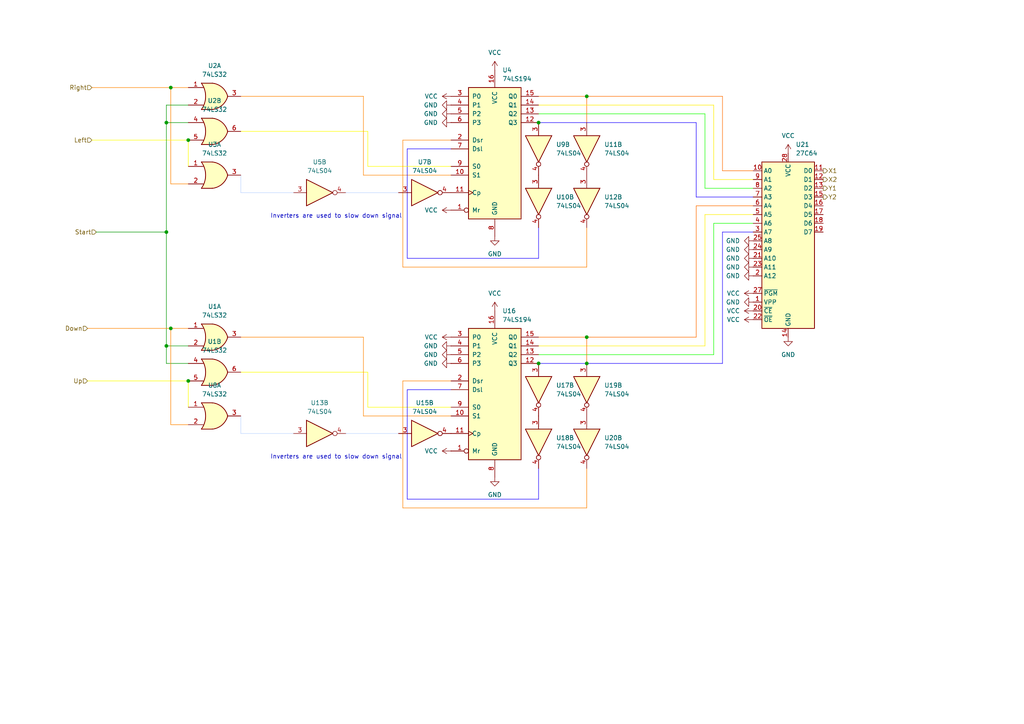
<source format=kicad_sch>
(kicad_sch
	(version 20231120)
	(generator "eeschema")
	(generator_version "8.0")
	(uuid "3a65ad2c-d313-4357-bf4a-b41acd184153")
	(paper "A4")
	(lib_symbols
		(symbol "74xx:74LS04"
			(exclude_from_sim no)
			(in_bom yes)
			(on_board yes)
			(property "Reference" "U"
				(at 0 1.27 0)
				(effects
					(font
						(size 1.27 1.27)
					)
				)
			)
			(property "Value" "74LS04"
				(at 0 -1.27 0)
				(effects
					(font
						(size 1.27 1.27)
					)
				)
			)
			(property "Footprint" ""
				(at 0 0 0)
				(effects
					(font
						(size 1.27 1.27)
					)
					(hide yes)
				)
			)
			(property "Datasheet" "http://www.ti.com/lit/gpn/sn74LS04"
				(at 0 0 0)
				(effects
					(font
						(size 1.27 1.27)
					)
					(hide yes)
				)
			)
			(property "Description" "Hex Inverter"
				(at 0 0 0)
				(effects
					(font
						(size 1.27 1.27)
					)
					(hide yes)
				)
			)
			(property "ki_locked" ""
				(at 0 0 0)
				(effects
					(font
						(size 1.27 1.27)
					)
				)
			)
			(property "ki_keywords" "TTL not inv"
				(at 0 0 0)
				(effects
					(font
						(size 1.27 1.27)
					)
					(hide yes)
				)
			)
			(property "ki_fp_filters" "DIP*W7.62mm* SSOP?14* TSSOP?14*"
				(at 0 0 0)
				(effects
					(font
						(size 1.27 1.27)
					)
					(hide yes)
				)
			)
			(symbol "74LS04_1_0"
				(polyline
					(pts
						(xy -3.81 3.81) (xy -3.81 -3.81) (xy 3.81 0) (xy -3.81 3.81)
					)
					(stroke
						(width 0.254)
						(type default)
					)
					(fill
						(type background)
					)
				)
				(pin input line
					(at -7.62 0 0)
					(length 3.81)
					(name "~"
						(effects
							(font
								(size 1.27 1.27)
							)
						)
					)
					(number "1"
						(effects
							(font
								(size 1.27 1.27)
							)
						)
					)
				)
				(pin output inverted
					(at 7.62 0 180)
					(length 3.81)
					(name "~"
						(effects
							(font
								(size 1.27 1.27)
							)
						)
					)
					(number "2"
						(effects
							(font
								(size 1.27 1.27)
							)
						)
					)
				)
			)
			(symbol "74LS04_2_0"
				(polyline
					(pts
						(xy -3.81 3.81) (xy -3.81 -3.81) (xy 3.81 0) (xy -3.81 3.81)
					)
					(stroke
						(width 0.254)
						(type default)
					)
					(fill
						(type background)
					)
				)
				(pin input line
					(at -7.62 0 0)
					(length 3.81)
					(name "~"
						(effects
							(font
								(size 1.27 1.27)
							)
						)
					)
					(number "3"
						(effects
							(font
								(size 1.27 1.27)
							)
						)
					)
				)
				(pin output inverted
					(at 7.62 0 180)
					(length 3.81)
					(name "~"
						(effects
							(font
								(size 1.27 1.27)
							)
						)
					)
					(number "4"
						(effects
							(font
								(size 1.27 1.27)
							)
						)
					)
				)
			)
			(symbol "74LS04_3_0"
				(polyline
					(pts
						(xy -3.81 3.81) (xy -3.81 -3.81) (xy 3.81 0) (xy -3.81 3.81)
					)
					(stroke
						(width 0.254)
						(type default)
					)
					(fill
						(type background)
					)
				)
				(pin input line
					(at -7.62 0 0)
					(length 3.81)
					(name "~"
						(effects
							(font
								(size 1.27 1.27)
							)
						)
					)
					(number "5"
						(effects
							(font
								(size 1.27 1.27)
							)
						)
					)
				)
				(pin output inverted
					(at 7.62 0 180)
					(length 3.81)
					(name "~"
						(effects
							(font
								(size 1.27 1.27)
							)
						)
					)
					(number "6"
						(effects
							(font
								(size 1.27 1.27)
							)
						)
					)
				)
			)
			(symbol "74LS04_4_0"
				(polyline
					(pts
						(xy -3.81 3.81) (xy -3.81 -3.81) (xy 3.81 0) (xy -3.81 3.81)
					)
					(stroke
						(width 0.254)
						(type default)
					)
					(fill
						(type background)
					)
				)
				(pin output inverted
					(at 7.62 0 180)
					(length 3.81)
					(name "~"
						(effects
							(font
								(size 1.27 1.27)
							)
						)
					)
					(number "8"
						(effects
							(font
								(size 1.27 1.27)
							)
						)
					)
				)
				(pin input line
					(at -7.62 0 0)
					(length 3.81)
					(name "~"
						(effects
							(font
								(size 1.27 1.27)
							)
						)
					)
					(number "9"
						(effects
							(font
								(size 1.27 1.27)
							)
						)
					)
				)
			)
			(symbol "74LS04_5_0"
				(polyline
					(pts
						(xy -3.81 3.81) (xy -3.81 -3.81) (xy 3.81 0) (xy -3.81 3.81)
					)
					(stroke
						(width 0.254)
						(type default)
					)
					(fill
						(type background)
					)
				)
				(pin output inverted
					(at 7.62 0 180)
					(length 3.81)
					(name "~"
						(effects
							(font
								(size 1.27 1.27)
							)
						)
					)
					(number "10"
						(effects
							(font
								(size 1.27 1.27)
							)
						)
					)
				)
				(pin input line
					(at -7.62 0 0)
					(length 3.81)
					(name "~"
						(effects
							(font
								(size 1.27 1.27)
							)
						)
					)
					(number "11"
						(effects
							(font
								(size 1.27 1.27)
							)
						)
					)
				)
			)
			(symbol "74LS04_6_0"
				(polyline
					(pts
						(xy -3.81 3.81) (xy -3.81 -3.81) (xy 3.81 0) (xy -3.81 3.81)
					)
					(stroke
						(width 0.254)
						(type default)
					)
					(fill
						(type background)
					)
				)
				(pin output inverted
					(at 7.62 0 180)
					(length 3.81)
					(name "~"
						(effects
							(font
								(size 1.27 1.27)
							)
						)
					)
					(number "12"
						(effects
							(font
								(size 1.27 1.27)
							)
						)
					)
				)
				(pin input line
					(at -7.62 0 0)
					(length 3.81)
					(name "~"
						(effects
							(font
								(size 1.27 1.27)
							)
						)
					)
					(number "13"
						(effects
							(font
								(size 1.27 1.27)
							)
						)
					)
				)
			)
			(symbol "74LS04_7_0"
				(pin power_in line
					(at 0 12.7 270)
					(length 5.08)
					(name "VCC"
						(effects
							(font
								(size 1.27 1.27)
							)
						)
					)
					(number "14"
						(effects
							(font
								(size 1.27 1.27)
							)
						)
					)
				)
				(pin power_in line
					(at 0 -12.7 90)
					(length 5.08)
					(name "GND"
						(effects
							(font
								(size 1.27 1.27)
							)
						)
					)
					(number "7"
						(effects
							(font
								(size 1.27 1.27)
							)
						)
					)
				)
			)
			(symbol "74LS04_7_1"
				(rectangle
					(start -5.08 7.62)
					(end 5.08 -7.62)
					(stroke
						(width 0.254)
						(type default)
					)
					(fill
						(type background)
					)
				)
			)
		)
		(symbol "74xx:74LS194"
			(pin_names
				(offset 1.016)
			)
			(exclude_from_sim no)
			(in_bom yes)
			(on_board yes)
			(property "Reference" "U"
				(at -7.62 19.05 0)
				(effects
					(font
						(size 1.27 1.27)
					)
				)
			)
			(property "Value" "74LS194"
				(at -7.62 -21.59 0)
				(effects
					(font
						(size 1.27 1.27)
					)
				)
			)
			(property "Footprint" ""
				(at 0 0 0)
				(effects
					(font
						(size 1.27 1.27)
					)
					(hide yes)
				)
			)
			(property "Datasheet" "http://www.ti.com/lit/gpn/sn74LS194"
				(at 0 0 0)
				(effects
					(font
						(size 1.27 1.27)
					)
					(hide yes)
				)
			)
			(property "Description" "Shift Register 4-bit Bidirectional"
				(at 0 0 0)
				(effects
					(font
						(size 1.27 1.27)
					)
					(hide yes)
				)
			)
			(property "ki_locked" ""
				(at 0 0 0)
				(effects
					(font
						(size 1.27 1.27)
					)
				)
			)
			(property "ki_keywords" "TTL RS SR4"
				(at 0 0 0)
				(effects
					(font
						(size 1.27 1.27)
					)
					(hide yes)
				)
			)
			(property "ki_fp_filters" "DIP?16*"
				(at 0 0 0)
				(effects
					(font
						(size 1.27 1.27)
					)
					(hide yes)
				)
			)
			(symbol "74LS194_1_0"
				(pin input inverted
					(at -12.7 -17.78 0)
					(length 5.08)
					(name "Mr"
						(effects
							(font
								(size 1.27 1.27)
							)
						)
					)
					(number "1"
						(effects
							(font
								(size 1.27 1.27)
							)
						)
					)
				)
				(pin input line
					(at -12.7 -7.62 0)
					(length 5.08)
					(name "S1"
						(effects
							(font
								(size 1.27 1.27)
							)
						)
					)
					(number "10"
						(effects
							(font
								(size 1.27 1.27)
							)
						)
					)
				)
				(pin input clock
					(at -12.7 -12.7 0)
					(length 5.08)
					(name "Cp"
						(effects
							(font
								(size 1.27 1.27)
							)
						)
					)
					(number "11"
						(effects
							(font
								(size 1.27 1.27)
							)
						)
					)
				)
				(pin output line
					(at 12.7 7.62 180)
					(length 5.08)
					(name "Q3"
						(effects
							(font
								(size 1.27 1.27)
							)
						)
					)
					(number "12"
						(effects
							(font
								(size 1.27 1.27)
							)
						)
					)
				)
				(pin output line
					(at 12.7 10.16 180)
					(length 5.08)
					(name "Q2"
						(effects
							(font
								(size 1.27 1.27)
							)
						)
					)
					(number "13"
						(effects
							(font
								(size 1.27 1.27)
							)
						)
					)
				)
				(pin output line
					(at 12.7 12.7 180)
					(length 5.08)
					(name "Q1"
						(effects
							(font
								(size 1.27 1.27)
							)
						)
					)
					(number "14"
						(effects
							(font
								(size 1.27 1.27)
							)
						)
					)
				)
				(pin output line
					(at 12.7 15.24 180)
					(length 5.08)
					(name "Q0"
						(effects
							(font
								(size 1.27 1.27)
							)
						)
					)
					(number "15"
						(effects
							(font
								(size 1.27 1.27)
							)
						)
					)
				)
				(pin power_in line
					(at 0 22.86 270)
					(length 5.08)
					(name "VCC"
						(effects
							(font
								(size 1.27 1.27)
							)
						)
					)
					(number "16"
						(effects
							(font
								(size 1.27 1.27)
							)
						)
					)
				)
				(pin input line
					(at -12.7 2.54 0)
					(length 5.08)
					(name "Dsr"
						(effects
							(font
								(size 1.27 1.27)
							)
						)
					)
					(number "2"
						(effects
							(font
								(size 1.27 1.27)
							)
						)
					)
				)
				(pin input line
					(at -12.7 15.24 0)
					(length 5.08)
					(name "P0"
						(effects
							(font
								(size 1.27 1.27)
							)
						)
					)
					(number "3"
						(effects
							(font
								(size 1.27 1.27)
							)
						)
					)
				)
				(pin input line
					(at -12.7 12.7 0)
					(length 5.08)
					(name "P1"
						(effects
							(font
								(size 1.27 1.27)
							)
						)
					)
					(number "4"
						(effects
							(font
								(size 1.27 1.27)
							)
						)
					)
				)
				(pin input line
					(at -12.7 10.16 0)
					(length 5.08)
					(name "P2"
						(effects
							(font
								(size 1.27 1.27)
							)
						)
					)
					(number "5"
						(effects
							(font
								(size 1.27 1.27)
							)
						)
					)
				)
				(pin input line
					(at -12.7 7.62 0)
					(length 5.08)
					(name "P3"
						(effects
							(font
								(size 1.27 1.27)
							)
						)
					)
					(number "6"
						(effects
							(font
								(size 1.27 1.27)
							)
						)
					)
				)
				(pin input line
					(at -12.7 0 0)
					(length 5.08)
					(name "Dsl"
						(effects
							(font
								(size 1.27 1.27)
							)
						)
					)
					(number "7"
						(effects
							(font
								(size 1.27 1.27)
							)
						)
					)
				)
				(pin power_in line
					(at 0 -25.4 90)
					(length 5.08)
					(name "GND"
						(effects
							(font
								(size 1.27 1.27)
							)
						)
					)
					(number "8"
						(effects
							(font
								(size 1.27 1.27)
							)
						)
					)
				)
				(pin input line
					(at -12.7 -5.08 0)
					(length 5.08)
					(name "S0"
						(effects
							(font
								(size 1.27 1.27)
							)
						)
					)
					(number "9"
						(effects
							(font
								(size 1.27 1.27)
							)
						)
					)
				)
			)
			(symbol "74LS194_1_1"
				(rectangle
					(start -7.62 17.78)
					(end 7.62 -20.32)
					(stroke
						(width 0.254)
						(type default)
					)
					(fill
						(type background)
					)
				)
			)
		)
		(symbol "74xx:74LS32"
			(pin_names
				(offset 1.016)
			)
			(exclude_from_sim no)
			(in_bom yes)
			(on_board yes)
			(property "Reference" "U"
				(at 0 1.27 0)
				(effects
					(font
						(size 1.27 1.27)
					)
				)
			)
			(property "Value" "74LS32"
				(at 0 -1.27 0)
				(effects
					(font
						(size 1.27 1.27)
					)
				)
			)
			(property "Footprint" ""
				(at 0 0 0)
				(effects
					(font
						(size 1.27 1.27)
					)
					(hide yes)
				)
			)
			(property "Datasheet" "http://www.ti.com/lit/gpn/sn74LS32"
				(at 0 0 0)
				(effects
					(font
						(size 1.27 1.27)
					)
					(hide yes)
				)
			)
			(property "Description" "Quad 2-input OR"
				(at 0 0 0)
				(effects
					(font
						(size 1.27 1.27)
					)
					(hide yes)
				)
			)
			(property "ki_locked" ""
				(at 0 0 0)
				(effects
					(font
						(size 1.27 1.27)
					)
				)
			)
			(property "ki_keywords" "TTL Or2"
				(at 0 0 0)
				(effects
					(font
						(size 1.27 1.27)
					)
					(hide yes)
				)
			)
			(property "ki_fp_filters" "DIP?14*"
				(at 0 0 0)
				(effects
					(font
						(size 1.27 1.27)
					)
					(hide yes)
				)
			)
			(symbol "74LS32_1_1"
				(arc
					(start -3.81 -3.81)
					(mid -2.589 0)
					(end -3.81 3.81)
					(stroke
						(width 0.254)
						(type default)
					)
					(fill
						(type none)
					)
				)
				(arc
					(start -0.6096 -3.81)
					(mid 2.1842 -2.5851)
					(end 3.81 0)
					(stroke
						(width 0.254)
						(type default)
					)
					(fill
						(type background)
					)
				)
				(polyline
					(pts
						(xy -3.81 -3.81) (xy -0.635 -3.81)
					)
					(stroke
						(width 0.254)
						(type default)
					)
					(fill
						(type background)
					)
				)
				(polyline
					(pts
						(xy -3.81 3.81) (xy -0.635 3.81)
					)
					(stroke
						(width 0.254)
						(type default)
					)
					(fill
						(type background)
					)
				)
				(polyline
					(pts
						(xy -0.635 3.81) (xy -3.81 3.81) (xy -3.81 3.81) (xy -3.556 3.4036) (xy -3.0226 2.2606) (xy -2.6924 1.0414)
						(xy -2.6162 -0.254) (xy -2.7686 -1.4986) (xy -3.175 -2.7178) (xy -3.81 -3.81) (xy -3.81 -3.81)
						(xy -0.635 -3.81)
					)
					(stroke
						(width -25.4)
						(type default)
					)
					(fill
						(type background)
					)
				)
				(arc
					(start 3.81 0)
					(mid 2.1915 2.5936)
					(end -0.6096 3.81)
					(stroke
						(width 0.254)
						(type default)
					)
					(fill
						(type background)
					)
				)
				(pin input line
					(at -7.62 2.54 0)
					(length 4.318)
					(name "~"
						(effects
							(font
								(size 1.27 1.27)
							)
						)
					)
					(number "1"
						(effects
							(font
								(size 1.27 1.27)
							)
						)
					)
				)
				(pin input line
					(at -7.62 -2.54 0)
					(length 4.318)
					(name "~"
						(effects
							(font
								(size 1.27 1.27)
							)
						)
					)
					(number "2"
						(effects
							(font
								(size 1.27 1.27)
							)
						)
					)
				)
				(pin output line
					(at 7.62 0 180)
					(length 3.81)
					(name "~"
						(effects
							(font
								(size 1.27 1.27)
							)
						)
					)
					(number "3"
						(effects
							(font
								(size 1.27 1.27)
							)
						)
					)
				)
			)
			(symbol "74LS32_1_2"
				(arc
					(start 0 -3.81)
					(mid 3.7934 0)
					(end 0 3.81)
					(stroke
						(width 0.254)
						(type default)
					)
					(fill
						(type background)
					)
				)
				(polyline
					(pts
						(xy 0 3.81) (xy -3.81 3.81) (xy -3.81 -3.81) (xy 0 -3.81)
					)
					(stroke
						(width 0.254)
						(type default)
					)
					(fill
						(type background)
					)
				)
				(pin input inverted
					(at -7.62 2.54 0)
					(length 3.81)
					(name "~"
						(effects
							(font
								(size 1.27 1.27)
							)
						)
					)
					(number "1"
						(effects
							(font
								(size 1.27 1.27)
							)
						)
					)
				)
				(pin input inverted
					(at -7.62 -2.54 0)
					(length 3.81)
					(name "~"
						(effects
							(font
								(size 1.27 1.27)
							)
						)
					)
					(number "2"
						(effects
							(font
								(size 1.27 1.27)
							)
						)
					)
				)
				(pin output inverted
					(at 7.62 0 180)
					(length 3.81)
					(name "~"
						(effects
							(font
								(size 1.27 1.27)
							)
						)
					)
					(number "3"
						(effects
							(font
								(size 1.27 1.27)
							)
						)
					)
				)
			)
			(symbol "74LS32_2_1"
				(arc
					(start -3.81 -3.81)
					(mid -2.589 0)
					(end -3.81 3.81)
					(stroke
						(width 0.254)
						(type default)
					)
					(fill
						(type none)
					)
				)
				(arc
					(start -0.6096 -3.81)
					(mid 2.1842 -2.5851)
					(end 3.81 0)
					(stroke
						(width 0.254)
						(type default)
					)
					(fill
						(type background)
					)
				)
				(polyline
					(pts
						(xy -3.81 -3.81) (xy -0.635 -3.81)
					)
					(stroke
						(width 0.254)
						(type default)
					)
					(fill
						(type background)
					)
				)
				(polyline
					(pts
						(xy -3.81 3.81) (xy -0.635 3.81)
					)
					(stroke
						(width 0.254)
						(type default)
					)
					(fill
						(type background)
					)
				)
				(polyline
					(pts
						(xy -0.635 3.81) (xy -3.81 3.81) (xy -3.81 3.81) (xy -3.556 3.4036) (xy -3.0226 2.2606) (xy -2.6924 1.0414)
						(xy -2.6162 -0.254) (xy -2.7686 -1.4986) (xy -3.175 -2.7178) (xy -3.81 -3.81) (xy -3.81 -3.81)
						(xy -0.635 -3.81)
					)
					(stroke
						(width -25.4)
						(type default)
					)
					(fill
						(type background)
					)
				)
				(arc
					(start 3.81 0)
					(mid 2.1915 2.5936)
					(end -0.6096 3.81)
					(stroke
						(width 0.254)
						(type default)
					)
					(fill
						(type background)
					)
				)
				(pin input line
					(at -7.62 2.54 0)
					(length 4.318)
					(name "~"
						(effects
							(font
								(size 1.27 1.27)
							)
						)
					)
					(number "4"
						(effects
							(font
								(size 1.27 1.27)
							)
						)
					)
				)
				(pin input line
					(at -7.62 -2.54 0)
					(length 4.318)
					(name "~"
						(effects
							(font
								(size 1.27 1.27)
							)
						)
					)
					(number "5"
						(effects
							(font
								(size 1.27 1.27)
							)
						)
					)
				)
				(pin output line
					(at 7.62 0 180)
					(length 3.81)
					(name "~"
						(effects
							(font
								(size 1.27 1.27)
							)
						)
					)
					(number "6"
						(effects
							(font
								(size 1.27 1.27)
							)
						)
					)
				)
			)
			(symbol "74LS32_2_2"
				(arc
					(start 0 -3.81)
					(mid 3.7934 0)
					(end 0 3.81)
					(stroke
						(width 0.254)
						(type default)
					)
					(fill
						(type background)
					)
				)
				(polyline
					(pts
						(xy 0 3.81) (xy -3.81 3.81) (xy -3.81 -3.81) (xy 0 -3.81)
					)
					(stroke
						(width 0.254)
						(type default)
					)
					(fill
						(type background)
					)
				)
				(pin input inverted
					(at -7.62 2.54 0)
					(length 3.81)
					(name "~"
						(effects
							(font
								(size 1.27 1.27)
							)
						)
					)
					(number "4"
						(effects
							(font
								(size 1.27 1.27)
							)
						)
					)
				)
				(pin input inverted
					(at -7.62 -2.54 0)
					(length 3.81)
					(name "~"
						(effects
							(font
								(size 1.27 1.27)
							)
						)
					)
					(number "5"
						(effects
							(font
								(size 1.27 1.27)
							)
						)
					)
				)
				(pin output inverted
					(at 7.62 0 180)
					(length 3.81)
					(name "~"
						(effects
							(font
								(size 1.27 1.27)
							)
						)
					)
					(number "6"
						(effects
							(font
								(size 1.27 1.27)
							)
						)
					)
				)
			)
			(symbol "74LS32_3_1"
				(arc
					(start -3.81 -3.81)
					(mid -2.589 0)
					(end -3.81 3.81)
					(stroke
						(width 0.254)
						(type default)
					)
					(fill
						(type none)
					)
				)
				(arc
					(start -0.6096 -3.81)
					(mid 2.1842 -2.5851)
					(end 3.81 0)
					(stroke
						(width 0.254)
						(type default)
					)
					(fill
						(type background)
					)
				)
				(polyline
					(pts
						(xy -3.81 -3.81) (xy -0.635 -3.81)
					)
					(stroke
						(width 0.254)
						(type default)
					)
					(fill
						(type background)
					)
				)
				(polyline
					(pts
						(xy -3.81 3.81) (xy -0.635 3.81)
					)
					(stroke
						(width 0.254)
						(type default)
					)
					(fill
						(type background)
					)
				)
				(polyline
					(pts
						(xy -0.635 3.81) (xy -3.81 3.81) (xy -3.81 3.81) (xy -3.556 3.4036) (xy -3.0226 2.2606) (xy -2.6924 1.0414)
						(xy -2.6162 -0.254) (xy -2.7686 -1.4986) (xy -3.175 -2.7178) (xy -3.81 -3.81) (xy -3.81 -3.81)
						(xy -0.635 -3.81)
					)
					(stroke
						(width -25.4)
						(type default)
					)
					(fill
						(type background)
					)
				)
				(arc
					(start 3.81 0)
					(mid 2.1915 2.5936)
					(end -0.6096 3.81)
					(stroke
						(width 0.254)
						(type default)
					)
					(fill
						(type background)
					)
				)
				(pin input line
					(at -7.62 -2.54 0)
					(length 4.318)
					(name "~"
						(effects
							(font
								(size 1.27 1.27)
							)
						)
					)
					(number "10"
						(effects
							(font
								(size 1.27 1.27)
							)
						)
					)
				)
				(pin output line
					(at 7.62 0 180)
					(length 3.81)
					(name "~"
						(effects
							(font
								(size 1.27 1.27)
							)
						)
					)
					(number "8"
						(effects
							(font
								(size 1.27 1.27)
							)
						)
					)
				)
				(pin input line
					(at -7.62 2.54 0)
					(length 4.318)
					(name "~"
						(effects
							(font
								(size 1.27 1.27)
							)
						)
					)
					(number "9"
						(effects
							(font
								(size 1.27 1.27)
							)
						)
					)
				)
			)
			(symbol "74LS32_3_2"
				(arc
					(start 0 -3.81)
					(mid 3.7934 0)
					(end 0 3.81)
					(stroke
						(width 0.254)
						(type default)
					)
					(fill
						(type background)
					)
				)
				(polyline
					(pts
						(xy 0 3.81) (xy -3.81 3.81) (xy -3.81 -3.81) (xy 0 -3.81)
					)
					(stroke
						(width 0.254)
						(type default)
					)
					(fill
						(type background)
					)
				)
				(pin input inverted
					(at -7.62 -2.54 0)
					(length 3.81)
					(name "~"
						(effects
							(font
								(size 1.27 1.27)
							)
						)
					)
					(number "10"
						(effects
							(font
								(size 1.27 1.27)
							)
						)
					)
				)
				(pin output inverted
					(at 7.62 0 180)
					(length 3.81)
					(name "~"
						(effects
							(font
								(size 1.27 1.27)
							)
						)
					)
					(number "8"
						(effects
							(font
								(size 1.27 1.27)
							)
						)
					)
				)
				(pin input inverted
					(at -7.62 2.54 0)
					(length 3.81)
					(name "~"
						(effects
							(font
								(size 1.27 1.27)
							)
						)
					)
					(number "9"
						(effects
							(font
								(size 1.27 1.27)
							)
						)
					)
				)
			)
			(symbol "74LS32_4_1"
				(arc
					(start -3.81 -3.81)
					(mid -2.589 0)
					(end -3.81 3.81)
					(stroke
						(width 0.254)
						(type default)
					)
					(fill
						(type none)
					)
				)
				(arc
					(start -0.6096 -3.81)
					(mid 2.1842 -2.5851)
					(end 3.81 0)
					(stroke
						(width 0.254)
						(type default)
					)
					(fill
						(type background)
					)
				)
				(polyline
					(pts
						(xy -3.81 -3.81) (xy -0.635 -3.81)
					)
					(stroke
						(width 0.254)
						(type default)
					)
					(fill
						(type background)
					)
				)
				(polyline
					(pts
						(xy -3.81 3.81) (xy -0.635 3.81)
					)
					(stroke
						(width 0.254)
						(type default)
					)
					(fill
						(type background)
					)
				)
				(polyline
					(pts
						(xy -0.635 3.81) (xy -3.81 3.81) (xy -3.81 3.81) (xy -3.556 3.4036) (xy -3.0226 2.2606) (xy -2.6924 1.0414)
						(xy -2.6162 -0.254) (xy -2.7686 -1.4986) (xy -3.175 -2.7178) (xy -3.81 -3.81) (xy -3.81 -3.81)
						(xy -0.635 -3.81)
					)
					(stroke
						(width -25.4)
						(type default)
					)
					(fill
						(type background)
					)
				)
				(arc
					(start 3.81 0)
					(mid 2.1915 2.5936)
					(end -0.6096 3.81)
					(stroke
						(width 0.254)
						(type default)
					)
					(fill
						(type background)
					)
				)
				(pin output line
					(at 7.62 0 180)
					(length 3.81)
					(name "~"
						(effects
							(font
								(size 1.27 1.27)
							)
						)
					)
					(number "11"
						(effects
							(font
								(size 1.27 1.27)
							)
						)
					)
				)
				(pin input line
					(at -7.62 2.54 0)
					(length 4.318)
					(name "~"
						(effects
							(font
								(size 1.27 1.27)
							)
						)
					)
					(number "12"
						(effects
							(font
								(size 1.27 1.27)
							)
						)
					)
				)
				(pin input line
					(at -7.62 -2.54 0)
					(length 4.318)
					(name "~"
						(effects
							(font
								(size 1.27 1.27)
							)
						)
					)
					(number "13"
						(effects
							(font
								(size 1.27 1.27)
							)
						)
					)
				)
			)
			(symbol "74LS32_4_2"
				(arc
					(start 0 -3.81)
					(mid 3.7934 0)
					(end 0 3.81)
					(stroke
						(width 0.254)
						(type default)
					)
					(fill
						(type background)
					)
				)
				(polyline
					(pts
						(xy 0 3.81) (xy -3.81 3.81) (xy -3.81 -3.81) (xy 0 -3.81)
					)
					(stroke
						(width 0.254)
						(type default)
					)
					(fill
						(type background)
					)
				)
				(pin output inverted
					(at 7.62 0 180)
					(length 3.81)
					(name "~"
						(effects
							(font
								(size 1.27 1.27)
							)
						)
					)
					(number "11"
						(effects
							(font
								(size 1.27 1.27)
							)
						)
					)
				)
				(pin input inverted
					(at -7.62 2.54 0)
					(length 3.81)
					(name "~"
						(effects
							(font
								(size 1.27 1.27)
							)
						)
					)
					(number "12"
						(effects
							(font
								(size 1.27 1.27)
							)
						)
					)
				)
				(pin input inverted
					(at -7.62 -2.54 0)
					(length 3.81)
					(name "~"
						(effects
							(font
								(size 1.27 1.27)
							)
						)
					)
					(number "13"
						(effects
							(font
								(size 1.27 1.27)
							)
						)
					)
				)
			)
			(symbol "74LS32_5_0"
				(pin power_in line
					(at 0 12.7 270)
					(length 5.08)
					(name "VCC"
						(effects
							(font
								(size 1.27 1.27)
							)
						)
					)
					(number "14"
						(effects
							(font
								(size 1.27 1.27)
							)
						)
					)
				)
				(pin power_in line
					(at 0 -12.7 90)
					(length 5.08)
					(name "GND"
						(effects
							(font
								(size 1.27 1.27)
							)
						)
					)
					(number "7"
						(effects
							(font
								(size 1.27 1.27)
							)
						)
					)
				)
			)
			(symbol "74LS32_5_1"
				(rectangle
					(start -5.08 7.62)
					(end 5.08 -7.62)
					(stroke
						(width 0.254)
						(type default)
					)
					(fill
						(type background)
					)
				)
			)
		)
		(symbol "Memory_EPROM:27C64"
			(exclude_from_sim no)
			(in_bom yes)
			(on_board yes)
			(property "Reference" "U"
				(at -7.62 24.13 0)
				(effects
					(font
						(size 1.27 1.27)
					)
				)
			)
			(property "Value" "27C64"
				(at 2.54 -26.67 0)
				(effects
					(font
						(size 1.27 1.27)
					)
					(justify left)
				)
			)
			(property "Footprint" "Package_DIP:DIP-28_W15.24mm"
				(at 0 0 0)
				(effects
					(font
						(size 1.27 1.27)
					)
					(hide yes)
				)
			)
			(property "Datasheet" "http://ww1.microchip.com/downloads/en/DeviceDoc/11107M.pdf"
				(at 0 0 0)
				(effects
					(font
						(size 1.27 1.27)
					)
					(hide yes)
				)
			)
			(property "Description" "OTP EPROM 64 KiBit, [Obsolete 2004-01]"
				(at 0 0 0)
				(effects
					(font
						(size 1.27 1.27)
					)
					(hide yes)
				)
			)
			(property "ki_keywords" "OTP EPROM 64KiBit"
				(at 0 0 0)
				(effects
					(font
						(size 1.27 1.27)
					)
					(hide yes)
				)
			)
			(property "ki_fp_filters" "DIP*W15.24mm*"
				(at 0 0 0)
				(effects
					(font
						(size 1.27 1.27)
					)
					(hide yes)
				)
			)
			(symbol "27C64_1_1"
				(rectangle
					(start -7.62 22.86)
					(end 7.62 -25.4)
					(stroke
						(width 0.254)
						(type default)
					)
					(fill
						(type background)
					)
				)
				(pin input line
					(at -10.16 -17.78 0)
					(length 2.54)
					(name "VPP"
						(effects
							(font
								(size 1.27 1.27)
							)
						)
					)
					(number "1"
						(effects
							(font
								(size 1.27 1.27)
							)
						)
					)
				)
				(pin input line
					(at -10.16 20.32 0)
					(length 2.54)
					(name "A0"
						(effects
							(font
								(size 1.27 1.27)
							)
						)
					)
					(number "10"
						(effects
							(font
								(size 1.27 1.27)
							)
						)
					)
				)
				(pin tri_state line
					(at 10.16 20.32 180)
					(length 2.54)
					(name "D0"
						(effects
							(font
								(size 1.27 1.27)
							)
						)
					)
					(number "11"
						(effects
							(font
								(size 1.27 1.27)
							)
						)
					)
				)
				(pin tri_state line
					(at 10.16 17.78 180)
					(length 2.54)
					(name "D1"
						(effects
							(font
								(size 1.27 1.27)
							)
						)
					)
					(number "12"
						(effects
							(font
								(size 1.27 1.27)
							)
						)
					)
				)
				(pin tri_state line
					(at 10.16 15.24 180)
					(length 2.54)
					(name "D2"
						(effects
							(font
								(size 1.27 1.27)
							)
						)
					)
					(number "13"
						(effects
							(font
								(size 1.27 1.27)
							)
						)
					)
				)
				(pin power_in line
					(at 0 -27.94 90)
					(length 2.54)
					(name "GND"
						(effects
							(font
								(size 1.27 1.27)
							)
						)
					)
					(number "14"
						(effects
							(font
								(size 1.27 1.27)
							)
						)
					)
				)
				(pin tri_state line
					(at 10.16 12.7 180)
					(length 2.54)
					(name "D3"
						(effects
							(font
								(size 1.27 1.27)
							)
						)
					)
					(number "15"
						(effects
							(font
								(size 1.27 1.27)
							)
						)
					)
				)
				(pin tri_state line
					(at 10.16 10.16 180)
					(length 2.54)
					(name "D4"
						(effects
							(font
								(size 1.27 1.27)
							)
						)
					)
					(number "16"
						(effects
							(font
								(size 1.27 1.27)
							)
						)
					)
				)
				(pin tri_state line
					(at 10.16 7.62 180)
					(length 2.54)
					(name "D5"
						(effects
							(font
								(size 1.27 1.27)
							)
						)
					)
					(number "17"
						(effects
							(font
								(size 1.27 1.27)
							)
						)
					)
				)
				(pin tri_state line
					(at 10.16 5.08 180)
					(length 2.54)
					(name "D6"
						(effects
							(font
								(size 1.27 1.27)
							)
						)
					)
					(number "18"
						(effects
							(font
								(size 1.27 1.27)
							)
						)
					)
				)
				(pin tri_state line
					(at 10.16 2.54 180)
					(length 2.54)
					(name "D7"
						(effects
							(font
								(size 1.27 1.27)
							)
						)
					)
					(number "19"
						(effects
							(font
								(size 1.27 1.27)
							)
						)
					)
				)
				(pin input line
					(at -10.16 -10.16 0)
					(length 2.54)
					(name "A12"
						(effects
							(font
								(size 1.27 1.27)
							)
						)
					)
					(number "2"
						(effects
							(font
								(size 1.27 1.27)
							)
						)
					)
				)
				(pin input line
					(at -10.16 -20.32 0)
					(length 2.54)
					(name "~{CE}"
						(effects
							(font
								(size 1.27 1.27)
							)
						)
					)
					(number "20"
						(effects
							(font
								(size 1.27 1.27)
							)
						)
					)
				)
				(pin input line
					(at -10.16 -5.08 0)
					(length 2.54)
					(name "A10"
						(effects
							(font
								(size 1.27 1.27)
							)
						)
					)
					(number "21"
						(effects
							(font
								(size 1.27 1.27)
							)
						)
					)
				)
				(pin input line
					(at -10.16 -22.86 0)
					(length 2.54)
					(name "~{OE}"
						(effects
							(font
								(size 1.27 1.27)
							)
						)
					)
					(number "22"
						(effects
							(font
								(size 1.27 1.27)
							)
						)
					)
				)
				(pin input line
					(at -10.16 -7.62 0)
					(length 2.54)
					(name "A11"
						(effects
							(font
								(size 1.27 1.27)
							)
						)
					)
					(number "23"
						(effects
							(font
								(size 1.27 1.27)
							)
						)
					)
				)
				(pin input line
					(at -10.16 -2.54 0)
					(length 2.54)
					(name "A9"
						(effects
							(font
								(size 1.27 1.27)
							)
						)
					)
					(number "24"
						(effects
							(font
								(size 1.27 1.27)
							)
						)
					)
				)
				(pin input line
					(at -10.16 0 0)
					(length 2.54)
					(name "A8"
						(effects
							(font
								(size 1.27 1.27)
							)
						)
					)
					(number "25"
						(effects
							(font
								(size 1.27 1.27)
							)
						)
					)
				)
				(pin no_connect line
					(at 7.62 0 180)
					(length 2.54) hide
					(name "NC"
						(effects
							(font
								(size 1.27 1.27)
							)
						)
					)
					(number "26"
						(effects
							(font
								(size 1.27 1.27)
							)
						)
					)
				)
				(pin input line
					(at -10.16 -15.24 0)
					(length 2.54)
					(name "~{PGM}"
						(effects
							(font
								(size 1.27 1.27)
							)
						)
					)
					(number "27"
						(effects
							(font
								(size 1.27 1.27)
							)
						)
					)
				)
				(pin power_in line
					(at 0 25.4 270)
					(length 2.54)
					(name "VCC"
						(effects
							(font
								(size 1.27 1.27)
							)
						)
					)
					(number "28"
						(effects
							(font
								(size 1.27 1.27)
							)
						)
					)
				)
				(pin input line
					(at -10.16 2.54 0)
					(length 2.54)
					(name "A7"
						(effects
							(font
								(size 1.27 1.27)
							)
						)
					)
					(number "3"
						(effects
							(font
								(size 1.27 1.27)
							)
						)
					)
				)
				(pin input line
					(at -10.16 5.08 0)
					(length 2.54)
					(name "A6"
						(effects
							(font
								(size 1.27 1.27)
							)
						)
					)
					(number "4"
						(effects
							(font
								(size 1.27 1.27)
							)
						)
					)
				)
				(pin input line
					(at -10.16 7.62 0)
					(length 2.54)
					(name "A5"
						(effects
							(font
								(size 1.27 1.27)
							)
						)
					)
					(number "5"
						(effects
							(font
								(size 1.27 1.27)
							)
						)
					)
				)
				(pin input line
					(at -10.16 10.16 0)
					(length 2.54)
					(name "A4"
						(effects
							(font
								(size 1.27 1.27)
							)
						)
					)
					(number "6"
						(effects
							(font
								(size 1.27 1.27)
							)
						)
					)
				)
				(pin input line
					(at -10.16 12.7 0)
					(length 2.54)
					(name "A3"
						(effects
							(font
								(size 1.27 1.27)
							)
						)
					)
					(number "7"
						(effects
							(font
								(size 1.27 1.27)
							)
						)
					)
				)
				(pin input line
					(at -10.16 15.24 0)
					(length 2.54)
					(name "A2"
						(effects
							(font
								(size 1.27 1.27)
							)
						)
					)
					(number "8"
						(effects
							(font
								(size 1.27 1.27)
							)
						)
					)
				)
				(pin input line
					(at -10.16 17.78 0)
					(length 2.54)
					(name "A1"
						(effects
							(font
								(size 1.27 1.27)
							)
						)
					)
					(number "9"
						(effects
							(font
								(size 1.27 1.27)
							)
						)
					)
				)
			)
		)
		(symbol "power:GND"
			(power)
			(pin_numbers hide)
			(pin_names
				(offset 0) hide)
			(exclude_from_sim no)
			(in_bom yes)
			(on_board yes)
			(property "Reference" "#PWR"
				(at 0 -6.35 0)
				(effects
					(font
						(size 1.27 1.27)
					)
					(hide yes)
				)
			)
			(property "Value" "GND"
				(at 0 -3.81 0)
				(effects
					(font
						(size 1.27 1.27)
					)
				)
			)
			(property "Footprint" ""
				(at 0 0 0)
				(effects
					(font
						(size 1.27 1.27)
					)
					(hide yes)
				)
			)
			(property "Datasheet" ""
				(at 0 0 0)
				(effects
					(font
						(size 1.27 1.27)
					)
					(hide yes)
				)
			)
			(property "Description" "Power symbol creates a global label with name \"GND\" , ground"
				(at 0 0 0)
				(effects
					(font
						(size 1.27 1.27)
					)
					(hide yes)
				)
			)
			(property "ki_keywords" "global power"
				(at 0 0 0)
				(effects
					(font
						(size 1.27 1.27)
					)
					(hide yes)
				)
			)
			(symbol "GND_0_1"
				(polyline
					(pts
						(xy 0 0) (xy 0 -1.27) (xy 1.27 -1.27) (xy 0 -2.54) (xy -1.27 -1.27) (xy 0 -1.27)
					)
					(stroke
						(width 0)
						(type default)
					)
					(fill
						(type none)
					)
				)
			)
			(symbol "GND_1_1"
				(pin power_in line
					(at 0 0 270)
					(length 0)
					(name "~"
						(effects
							(font
								(size 1.27 1.27)
							)
						)
					)
					(number "1"
						(effects
							(font
								(size 1.27 1.27)
							)
						)
					)
				)
			)
		)
		(symbol "power:VCC"
			(power)
			(pin_numbers hide)
			(pin_names
				(offset 0) hide)
			(exclude_from_sim no)
			(in_bom yes)
			(on_board yes)
			(property "Reference" "#PWR"
				(at 0 -3.81 0)
				(effects
					(font
						(size 1.27 1.27)
					)
					(hide yes)
				)
			)
			(property "Value" "VCC"
				(at 0 3.556 0)
				(effects
					(font
						(size 1.27 1.27)
					)
				)
			)
			(property "Footprint" ""
				(at 0 0 0)
				(effects
					(font
						(size 1.27 1.27)
					)
					(hide yes)
				)
			)
			(property "Datasheet" ""
				(at 0 0 0)
				(effects
					(font
						(size 1.27 1.27)
					)
					(hide yes)
				)
			)
			(property "Description" "Power symbol creates a global label with name \"VCC\""
				(at 0 0 0)
				(effects
					(font
						(size 1.27 1.27)
					)
					(hide yes)
				)
			)
			(property "ki_keywords" "global power"
				(at 0 0 0)
				(effects
					(font
						(size 1.27 1.27)
					)
					(hide yes)
				)
			)
			(symbol "VCC_0_1"
				(polyline
					(pts
						(xy -0.762 1.27) (xy 0 2.54)
					)
					(stroke
						(width 0)
						(type default)
					)
					(fill
						(type none)
					)
				)
				(polyline
					(pts
						(xy 0 0) (xy 0 2.54)
					)
					(stroke
						(width 0)
						(type default)
					)
					(fill
						(type none)
					)
				)
				(polyline
					(pts
						(xy 0 2.54) (xy 0.762 1.27)
					)
					(stroke
						(width 0)
						(type default)
					)
					(fill
						(type none)
					)
				)
			)
			(symbol "VCC_1_1"
				(pin power_in line
					(at 0 0 90)
					(length 0)
					(name "~"
						(effects
							(font
								(size 1.27 1.27)
							)
						)
					)
					(number "1"
						(effects
							(font
								(size 1.27 1.27)
							)
						)
					)
				)
			)
		)
	)
	(junction
		(at 48.26 100.33)
		(diameter 0)
		(color 0 0 0 0)
		(uuid "10ec944c-a408-4a58-a1af-30e77fb36f20")
	)
	(junction
		(at 170.18 105.41)
		(diameter 0)
		(color 0 0 0 0)
		(uuid "1eb256dc-1a8a-4585-b4e8-02e899a98cbd")
	)
	(junction
		(at 156.21 35.56)
		(diameter 0)
		(color 0 0 0 0)
		(uuid "2e1e27ef-6fa2-44cf-b537-b73fcb794364")
	)
	(junction
		(at 156.21 105.41)
		(diameter 0)
		(color 0 0 0 0)
		(uuid "372f0fe6-3def-4990-973e-6f3ec281928e")
	)
	(junction
		(at 49.53 95.25)
		(diameter 0)
		(color 0 0 0 0)
		(uuid "57e46a48-d0e4-45df-911b-9b87cdd74b63")
	)
	(junction
		(at 48.26 67.31)
		(diameter 0)
		(color 0 0 0 0)
		(uuid "63af66ca-de7d-407b-ac86-59485930863c")
	)
	(junction
		(at 170.18 97.79)
		(diameter 0)
		(color 0 0 0 0)
		(uuid "647a62b8-39dd-4989-b583-26914439bb1d")
	)
	(junction
		(at 48.26 35.56)
		(diameter 0)
		(color 0 0 0 0)
		(uuid "8bb699ae-4c80-4644-8ded-5e9c223db855")
	)
	(junction
		(at 170.18 27.94)
		(diameter 0)
		(color 0 0 0 0)
		(uuid "9af96d0b-14d6-4f09-adde-2418f0086336")
	)
	(junction
		(at 54.61 40.64)
		(diameter 0)
		(color 0 0 0 0)
		(uuid "9b70b3da-fc21-4ae1-8de2-cf8c89f9a50f")
	)
	(junction
		(at 49.53 25.4)
		(diameter 0)
		(color 0 0 0 0)
		(uuid "cc049bf7-b004-44b9-ac61-3a1ac79509d9")
	)
	(junction
		(at 54.61 110.49)
		(diameter 0)
		(color 0 0 0 0)
		(uuid "ec2436dd-3463-4689-a3f9-46da91e6ef23")
	)
	(wire
		(pts
			(xy 118.11 144.78) (xy 118.11 113.03)
		)
		(stroke
			(width 0)
			(type default)
			(color 26 2 255 1)
		)
		(uuid "082007dd-53ed-4a01-a68d-c9e6a7f1b2aa")
	)
	(wire
		(pts
			(xy 54.61 110.49) (xy 54.61 118.11)
		)
		(stroke
			(width 0)
			(type default)
			(color 254 255 0 1)
		)
		(uuid "1873b60e-ff3b-4c16-b448-ec5193161845")
	)
	(wire
		(pts
			(xy 105.41 50.8) (xy 130.81 50.8)
		)
		(stroke
			(width 0)
			(type default)
			(color 255 132 0 1)
		)
		(uuid "18d8903a-3898-4205-a9eb-e193cbe58191")
	)
	(wire
		(pts
			(xy 118.11 113.03) (xy 130.81 113.03)
		)
		(stroke
			(width 0)
			(type default)
			(color 26 2 255 1)
		)
		(uuid "1905ffe6-3784-4250-af2b-6521959ae8cb")
	)
	(wire
		(pts
			(xy 48.26 30.48) (xy 54.61 30.48)
		)
		(stroke
			(width 0)
			(type default)
		)
		(uuid "1c72147a-9f19-4d14-8be7-bd88d37b564b")
	)
	(wire
		(pts
			(xy 54.61 40.64) (xy 54.61 48.26)
		)
		(stroke
			(width 0)
			(type default)
			(color 254 255 0 1)
		)
		(uuid "2166ba97-d488-4164-8b7b-79489565c051")
	)
	(wire
		(pts
			(xy 116.84 40.64) (xy 116.84 77.47)
		)
		(stroke
			(width 0)
			(type default)
			(color 255 130 0 1)
		)
		(uuid "2435b6fc-12c1-4ac8-ab9f-21589d7186b6")
	)
	(wire
		(pts
			(xy 69.85 97.79) (xy 105.41 97.79)
		)
		(stroke
			(width 0)
			(type default)
			(color 255 132 0 1)
		)
		(uuid "249b2ee5-3925-4d63-ac2b-71ad4a2f910b")
	)
	(wire
		(pts
			(xy 170.18 27.94) (xy 209.55 27.94)
		)
		(stroke
			(width 0)
			(type default)
			(color 255 109 0 1)
		)
		(uuid "2730b508-2701-4d8e-9e66-f775b6025936")
	)
	(wire
		(pts
			(xy 156.21 66.04) (xy 156.21 74.93)
		)
		(stroke
			(width 0)
			(type default)
			(color 26 2 255 1)
		)
		(uuid "2b03fbfa-e3cf-466f-a6be-523d6f56e785")
	)
	(wire
		(pts
			(xy 48.26 100.33) (xy 48.26 105.41)
		)
		(stroke
			(width 0)
			(type default)
		)
		(uuid "2fc4c282-591f-40be-ba9a-8012ecccf071")
	)
	(wire
		(pts
			(xy 69.85 38.1) (xy 106.68 38.1)
		)
		(stroke
			(width 0)
			(type default)
			(color 254 255 0 1)
		)
		(uuid "31d84d9c-89a7-467a-9c34-98dffe9e6252")
	)
	(wire
		(pts
			(xy 106.68 48.26) (xy 130.81 48.26)
		)
		(stroke
			(width 0)
			(type default)
			(color 254 255 0 1)
		)
		(uuid "32175a51-17af-4066-8a1f-9ea99faec045")
	)
	(wire
		(pts
			(xy 100.33 125.73) (xy 115.57 125.73)
		)
		(stroke
			(width 0)
			(type default)
			(color 191 214 255 1)
		)
		(uuid "366e2348-8fe2-42d5-8532-9c66e67fcc25")
	)
	(wire
		(pts
			(xy 207.01 64.77) (xy 218.44 64.77)
		)
		(stroke
			(width 0)
			(type default)
			(color 19 255 0 1)
		)
		(uuid "369d668f-84cb-4718-aea9-37c6125ee4f3")
	)
	(wire
		(pts
			(xy 170.18 135.89) (xy 170.18 147.32)
		)
		(stroke
			(width 0)
			(type default)
			(color 255 130 0 1)
		)
		(uuid "3f01da89-ff2a-49ab-8056-1fab4586b36e")
	)
	(wire
		(pts
			(xy 105.41 27.94) (xy 105.41 50.8)
		)
		(stroke
			(width 0)
			(type default)
			(color 255 132 0 1)
		)
		(uuid "40cf70ac-9110-4059-abad-09725a21010d")
	)
	(wire
		(pts
			(xy 209.55 27.94) (xy 209.55 49.53)
		)
		(stroke
			(width 0)
			(type default)
			(color 255 109 0 1)
		)
		(uuid "41e879ac-ddee-47d4-a4f6-16ebcbaf2793")
	)
	(wire
		(pts
			(xy 156.21 33.02) (xy 204.47 33.02)
		)
		(stroke
			(width 0)
			(type default)
			(color 19 255 0 1)
		)
		(uuid "439e0c27-fa57-49ca-a3d6-2f044141f067")
	)
	(wire
		(pts
			(xy 26.67 25.4) (xy 49.53 25.4)
		)
		(stroke
			(width 0)
			(type default)
			(color 255 132 0 1)
		)
		(uuid "441e8d9d-84d3-4a31-bd21-cc00b61045bc")
	)
	(wire
		(pts
			(xy 69.85 55.88) (xy 85.09 55.88)
		)
		(stroke
			(width 0)
			(type default)
			(color 191 214 255 1)
		)
		(uuid "44ea35b8-2645-4f23-999d-e129c50c316c")
	)
	(wire
		(pts
			(xy 156.21 30.48) (xy 207.01 30.48)
		)
		(stroke
			(width 0)
			(type default)
			(color 255 239 0 1)
		)
		(uuid "47e19693-834b-4e49-a133-3b32d94e2c19")
	)
	(wire
		(pts
			(xy 209.55 67.31) (xy 218.44 67.31)
		)
		(stroke
			(width 0)
			(type default)
			(color 26 2 255 1)
		)
		(uuid "49f41319-632b-492d-82c6-7825c1e74e05")
	)
	(wire
		(pts
			(xy 201.93 97.79) (xy 201.93 59.69)
		)
		(stroke
			(width 0)
			(type default)
			(color 255 109 0 1)
		)
		(uuid "49f8ca7a-e422-4dc3-8e1e-74d33771146e")
	)
	(wire
		(pts
			(xy 48.26 67.31) (xy 48.26 100.33)
		)
		(stroke
			(width 0)
			(type default)
		)
		(uuid "4fde7562-c189-4600-b7af-b9eedc6f1dff")
	)
	(wire
		(pts
			(xy 156.21 105.41) (xy 170.18 105.41)
		)
		(stroke
			(width 0)
			(type default)
			(color 26 2 255 1)
		)
		(uuid "50009728-5636-4e5a-bb9b-995bb06f0141")
	)
	(wire
		(pts
			(xy 170.18 35.56) (xy 170.18 27.94)
		)
		(stroke
			(width 0)
			(type default)
			(color 255 109 0 1)
		)
		(uuid "526a80e5-a135-4517-a275-507ba736fd1f")
	)
	(wire
		(pts
			(xy 48.26 30.48) (xy 48.26 35.56)
		)
		(stroke
			(width 0)
			(type default)
		)
		(uuid "5745e343-f027-44be-8a4c-813d592f8626")
	)
	(wire
		(pts
			(xy 25.4 95.25) (xy 49.53 95.25)
		)
		(stroke
			(width 0)
			(type default)
			(color 255 132 0 1)
		)
		(uuid "57f0e67d-af8d-44d2-90bc-759008c5a953")
	)
	(wire
		(pts
			(xy 156.21 135.89) (xy 156.21 144.78)
		)
		(stroke
			(width 0)
			(type default)
			(color 26 2 255 1)
		)
		(uuid "585562fc-f012-499e-b3e9-b99ef22867ed")
	)
	(wire
		(pts
			(xy 118.11 74.93) (xy 118.11 43.18)
		)
		(stroke
			(width 0)
			(type default)
			(color 26 2 255 1)
		)
		(uuid "58e30fb2-5493-4c59-9d2a-2294ae2965c2")
	)
	(wire
		(pts
			(xy 106.68 107.95) (xy 106.68 118.11)
		)
		(stroke
			(width 0)
			(type default)
			(color 254 255 0 1)
		)
		(uuid "59cda65b-22df-4dd9-8c01-05a212b2acae")
	)
	(wire
		(pts
			(xy 204.47 33.02) (xy 204.47 54.61)
		)
		(stroke
			(width 0)
			(type default)
			(color 19 255 0 1)
		)
		(uuid "5cb0498b-1b6c-4df8-948c-f4314b225b3f")
	)
	(wire
		(pts
			(xy 106.68 38.1) (xy 106.68 48.26)
		)
		(stroke
			(width 0)
			(type default)
			(color 254 255 0 1)
		)
		(uuid "603f299f-c90a-4ad6-bccf-7135abc33490")
	)
	(wire
		(pts
			(xy 170.18 105.41) (xy 170.18 97.79)
		)
		(stroke
			(width 0)
			(type default)
			(color 255 109 0 1)
		)
		(uuid "6341081c-170e-439c-8113-81d044be7655")
	)
	(wire
		(pts
			(xy 170.18 147.32) (xy 116.84 147.32)
		)
		(stroke
			(width 0)
			(type default)
			(color 255 130 0 1)
		)
		(uuid "63c98702-c81d-475a-8a5d-0f24b0abbbaa")
	)
	(wire
		(pts
			(xy 49.53 25.4) (xy 54.61 25.4)
		)
		(stroke
			(width 0)
			(type default)
			(color 255 132 0 1)
		)
		(uuid "6be34fd0-24b8-4f04-8aa9-2809f7b2b613")
	)
	(wire
		(pts
			(xy 207.01 30.48) (xy 207.01 52.07)
		)
		(stroke
			(width 0)
			(type default)
			(color 255 239 0 1)
		)
		(uuid "6c471c68-a4d8-4f87-8b55-8d452f60862e")
	)
	(wire
		(pts
			(xy 201.93 59.69) (xy 218.44 59.69)
		)
		(stroke
			(width 0)
			(type default)
			(color 255 109 0 1)
		)
		(uuid "787be681-aa41-4444-875f-981b66369da6")
	)
	(wire
		(pts
			(xy 49.53 25.4) (xy 49.53 53.34)
		)
		(stroke
			(width 0)
			(type default)
			(color 255 132 0 1)
		)
		(uuid "7c1a1bd7-b8bb-45ca-8727-917c94133bab")
	)
	(wire
		(pts
			(xy 170.18 66.04) (xy 170.18 77.47)
		)
		(stroke
			(width 0)
			(type default)
			(color 255 130 0 1)
		)
		(uuid "83e4774d-fd9a-43cb-89a1-be3e9caa621f")
	)
	(wire
		(pts
			(xy 207.01 102.87) (xy 207.01 64.77)
		)
		(stroke
			(width 0)
			(type default)
			(color 19 255 0 1)
		)
		(uuid "83fe6ef0-847f-42c1-81e9-82bb3329424a")
	)
	(wire
		(pts
			(xy 156.21 35.56) (xy 201.93 35.56)
		)
		(stroke
			(width 0)
			(type default)
			(color 26 2 255 1)
		)
		(uuid "84695129-15a3-4cd4-9c31-eee5a0db8cd5")
	)
	(wire
		(pts
			(xy 170.18 77.47) (xy 116.84 77.47)
		)
		(stroke
			(width 0)
			(type default)
			(color 255 130 0 1)
		)
		(uuid "84789ca5-0f50-4da1-81a8-cdff1ead5c62")
	)
	(wire
		(pts
			(xy 204.47 54.61) (xy 218.44 54.61)
		)
		(stroke
			(width 0)
			(type default)
			(color 19 255 0 1)
		)
		(uuid "87a58feb-80e0-4e55-ba39-dbb1728f389f")
	)
	(wire
		(pts
			(xy 69.85 120.65) (xy 69.85 125.73)
		)
		(stroke
			(width 0)
			(type default)
			(color 191 214 255 1)
		)
		(uuid "88a14b44-b937-411c-a222-43e1059934e0")
	)
	(wire
		(pts
			(xy 25.4 110.49) (xy 54.61 110.49)
		)
		(stroke
			(width 0)
			(type default)
			(color 254 255 0 1)
		)
		(uuid "8965d752-57d7-49cf-b613-b67c596fe40a")
	)
	(wire
		(pts
			(xy 116.84 110.49) (xy 116.84 147.32)
		)
		(stroke
			(width 0)
			(type default)
			(color 255 130 0 1)
		)
		(uuid "8e914165-41a3-4bd0-b9b9-03cb9e24c05a")
	)
	(wire
		(pts
			(xy 49.53 95.25) (xy 49.53 123.19)
		)
		(stroke
			(width 0)
			(type default)
			(color 255 132 0 1)
		)
		(uuid "8f07ca3f-254c-464f-93ca-d261a672199b")
	)
	(wire
		(pts
			(xy 170.18 97.79) (xy 156.21 97.79)
		)
		(stroke
			(width 0)
			(type default)
			(color 255 109 0 1)
		)
		(uuid "91cf29ec-1cb0-4c07-b8f5-ac0f1b97d902")
	)
	(wire
		(pts
			(xy 49.53 95.25) (xy 54.61 95.25)
		)
		(stroke
			(width 0)
			(type default)
			(color 255 132 0 1)
		)
		(uuid "92217183-37fe-466a-b6b8-a2c305c0e9d1")
	)
	(wire
		(pts
			(xy 204.47 62.23) (xy 218.44 62.23)
		)
		(stroke
			(width 0)
			(type default)
			(color 255 239 0 1)
		)
		(uuid "96dce01e-271e-46b5-8d0c-dc6f5132a803")
	)
	(wire
		(pts
			(xy 26.67 40.64) (xy 54.61 40.64)
		)
		(stroke
			(width 0)
			(type default)
			(color 254 255 0 1)
		)
		(uuid "9bd9c290-516f-40b4-acd3-9ac028ec39f2")
	)
	(wire
		(pts
			(xy 105.41 120.65) (xy 130.81 120.65)
		)
		(stroke
			(width 0)
			(type default)
			(color 255 132 0 1)
		)
		(uuid "9cce8ce2-656c-4c88-b402-837f0eaa2a1b")
	)
	(wire
		(pts
			(xy 100.33 55.88) (xy 115.57 55.88)
		)
		(stroke
			(width 0)
			(type default)
			(color 191 214 255 1)
		)
		(uuid "9f49d5bf-ef39-48b4-95d1-63887553243f")
	)
	(wire
		(pts
			(xy 204.47 100.33) (xy 204.47 62.23)
		)
		(stroke
			(width 0)
			(type default)
			(color 255 239 0 1)
		)
		(uuid "a08f213b-bbd3-4f19-bb9f-acb1854b107d")
	)
	(wire
		(pts
			(xy 156.21 102.87) (xy 207.01 102.87)
		)
		(stroke
			(width 0)
			(type default)
			(color 19 255 0 1)
		)
		(uuid "a42def7a-8de2-41b1-befb-9e22f1a415c9")
	)
	(wire
		(pts
			(xy 116.84 40.64) (xy 130.81 40.64)
		)
		(stroke
			(width 0)
			(type default)
			(color 255 130 0 1)
		)
		(uuid "a8004859-7cfe-4a9a-9592-6c8ef1cc82cd")
	)
	(wire
		(pts
			(xy 156.21 100.33) (xy 204.47 100.33)
		)
		(stroke
			(width 0)
			(type default)
			(color 255 239 0 1)
		)
		(uuid "aa5f3d56-324e-4789-8bb3-0fcc36605bc3")
	)
	(wire
		(pts
			(xy 156.21 74.93) (xy 118.11 74.93)
		)
		(stroke
			(width 0)
			(type default)
			(color 26 2 255 1)
		)
		(uuid "ab3e51f2-8994-4640-9213-9eed7ba66938")
	)
	(wire
		(pts
			(xy 69.85 50.8) (xy 69.85 55.88)
		)
		(stroke
			(width 0)
			(type default)
			(color 191 214 255 1)
		)
		(uuid "b7cafbf7-d9b0-4681-9485-a944ffc4aee0")
	)
	(wire
		(pts
			(xy 207.01 52.07) (xy 218.44 52.07)
		)
		(stroke
			(width 0)
			(type default)
			(color 255 239 0 1)
		)
		(uuid "c2e86b26-e13b-4c7e-915b-3fcbda996ff9")
	)
	(wire
		(pts
			(xy 48.26 35.56) (xy 54.61 35.56)
		)
		(stroke
			(width 0)
			(type default)
		)
		(uuid "c386d362-de5c-412a-b8fd-5bc096a87113")
	)
	(wire
		(pts
			(xy 209.55 105.41) (xy 209.55 67.31)
		)
		(stroke
			(width 0)
			(type default)
			(color 26 2 255 1)
		)
		(uuid "c4cd83e7-4995-43ff-9fe4-3478e3c94577")
	)
	(wire
		(pts
			(xy 49.53 123.19) (xy 54.61 123.19)
		)
		(stroke
			(width 0)
			(type default)
			(color 255 132 0 1)
		)
		(uuid "c6f737b6-0cca-475b-b377-ba90afe8f19b")
	)
	(wire
		(pts
			(xy 69.85 107.95) (xy 106.68 107.95)
		)
		(stroke
			(width 0)
			(type default)
			(color 254 255 0 1)
		)
		(uuid "c7ff024c-7c60-4ebb-a3a7-71098580530b")
	)
	(wire
		(pts
			(xy 170.18 105.41) (xy 209.55 105.41)
		)
		(stroke
			(width 0)
			(type default)
			(color 26 2 255 1)
		)
		(uuid "cce80132-4cec-4c34-a5a8-34e66a612ace")
	)
	(wire
		(pts
			(xy 170.18 97.79) (xy 201.93 97.79)
		)
		(stroke
			(width 0)
			(type default)
			(color 255 109 0 1)
		)
		(uuid "cfdd91f6-e928-4006-ae88-72d92daf8a42")
	)
	(wire
		(pts
			(xy 156.21 144.78) (xy 118.11 144.78)
		)
		(stroke
			(width 0)
			(type default)
			(color 26 2 255 1)
		)
		(uuid "d0acaa4c-c05d-4448-a330-4d3db9eebe80")
	)
	(wire
		(pts
			(xy 118.11 43.18) (xy 130.81 43.18)
		)
		(stroke
			(width 0)
			(type default)
			(color 26 2 255 1)
		)
		(uuid "d1a1449d-7f1e-4211-8e46-6d2a839bec95")
	)
	(wire
		(pts
			(xy 106.68 118.11) (xy 130.81 118.11)
		)
		(stroke
			(width 0)
			(type default)
			(color 254 255 0 1)
		)
		(uuid "d4c76e71-3fd6-45a3-bb84-a39945d016af")
	)
	(wire
		(pts
			(xy 48.26 35.56) (xy 48.26 67.31)
		)
		(stroke
			(width 0)
			(type default)
		)
		(uuid "d6c41a46-ab87-4d0c-91c3-9012e129b1f1")
	)
	(wire
		(pts
			(xy 209.55 49.53) (xy 218.44 49.53)
		)
		(stroke
			(width 0)
			(type default)
			(color 255 109 0 1)
		)
		(uuid "e0089ab2-cdbc-4cbd-be11-8d0e625304b3")
	)
	(wire
		(pts
			(xy 48.26 105.41) (xy 54.61 105.41)
		)
		(stroke
			(width 0)
			(type default)
		)
		(uuid "e385b4e0-aaf7-447d-9de3-2bd1a61225fd")
	)
	(wire
		(pts
			(xy 170.18 27.94) (xy 156.21 27.94)
		)
		(stroke
			(width 0)
			(type default)
			(color 255 109 0 1)
		)
		(uuid "e5cc8d97-40f4-44f8-b710-93b460b8b496")
	)
	(wire
		(pts
			(xy 69.85 27.94) (xy 105.41 27.94)
		)
		(stroke
			(width 0)
			(type default)
			(color 255 132 0 1)
		)
		(uuid "e6f5135c-a9b3-403f-83ae-3fef027d15c1")
	)
	(wire
		(pts
			(xy 49.53 53.34) (xy 54.61 53.34)
		)
		(stroke
			(width 0)
			(type default)
			(color 255 132 0 1)
		)
		(uuid "e92f0034-531b-45af-83ce-ec8f3bdc8f3b")
	)
	(wire
		(pts
			(xy 27.94 67.31) (xy 48.26 67.31)
		)
		(stroke
			(width 0)
			(type default)
		)
		(uuid "eb2019b5-4e51-4fcf-a76a-b596a55ed5bf")
	)
	(wire
		(pts
			(xy 201.93 35.56) (xy 201.93 57.15)
		)
		(stroke
			(width 0)
			(type default)
			(color 26 2 255 1)
		)
		(uuid "eba51e8d-558a-4bd8-8e9c-da6632690cd1")
	)
	(wire
		(pts
			(xy 116.84 110.49) (xy 130.81 110.49)
		)
		(stroke
			(width 0)
			(type default)
			(color 255 130 0 1)
		)
		(uuid "ef917d9c-88b1-4dff-8d1b-71e8fa7572eb")
	)
	(wire
		(pts
			(xy 105.41 97.79) (xy 105.41 120.65)
		)
		(stroke
			(width 0)
			(type default)
			(color 255 132 0 1)
		)
		(uuid "f0804183-ceb7-4698-859c-e26fefdb9787")
	)
	(wire
		(pts
			(xy 48.26 100.33) (xy 54.61 100.33)
		)
		(stroke
			(width 0)
			(type default)
		)
		(uuid "f947bf1a-9467-4ece-a202-a57d109a2abc")
	)
	(wire
		(pts
			(xy 201.93 57.15) (xy 218.44 57.15)
		)
		(stroke
			(width 0)
			(type default)
			(color 26 2 255 1)
		)
		(uuid "fea446a1-2cce-4f3b-8edc-c8dc96719843")
	)
	(wire
		(pts
			(xy 69.85 125.73) (xy 85.09 125.73)
		)
		(stroke
			(width 0)
			(type default)
			(color 191 214 255 1)
		)
		(uuid "ff4fda30-3b46-4573-9988-5fc93c5aeeb8")
	)
	(text "Inverters are used to slow down signal"
		(exclude_from_sim no)
		(at 97.536 132.588 0)
		(effects
			(font
				(size 1.27 1.27)
			)
		)
		(uuid "787a4158-2f9d-4552-9634-165e4db814f4")
	)
	(text "Inverters are used to slow down signal"
		(exclude_from_sim no)
		(at 97.536 62.738 0)
		(effects
			(font
				(size 1.27 1.27)
			)
		)
		(uuid "8adb1f5e-933f-41a9-a68e-b645621ce79b")
	)
	(hierarchical_label "Y1"
		(shape output)
		(at 238.76 54.61 0)
		(fields_autoplaced yes)
		(effects
			(font
				(size 1.27 1.27)
			)
			(justify left)
		)
		(uuid "05d06094-503d-4656-909f-c671584d9ee9")
	)
	(hierarchical_label "X1"
		(shape output)
		(at 238.76 49.53 0)
		(fields_autoplaced yes)
		(effects
			(font
				(size 1.27 1.27)
			)
			(justify left)
		)
		(uuid "154fda06-0832-43d1-a334-870ab2086a94")
	)
	(hierarchical_label "Up"
		(shape input)
		(at 25.4 110.49 180)
		(fields_autoplaced yes)
		(effects
			(font
				(size 1.27 1.27)
			)
			(justify right)
		)
		(uuid "56da0f3a-dee0-453e-890e-e3d4ccbc4cad")
	)
	(hierarchical_label "Y2"
		(shape output)
		(at 238.76 57.15 0)
		(fields_autoplaced yes)
		(effects
			(font
				(size 1.27 1.27)
			)
			(justify left)
		)
		(uuid "6b58c705-995a-4e0a-a526-0a01042e9419")
	)
	(hierarchical_label "Right"
		(shape input)
		(at 26.67 25.4 180)
		(fields_autoplaced yes)
		(effects
			(font
				(size 1.27 1.27)
			)
			(justify right)
		)
		(uuid "8acabd5b-71ca-4630-8f7b-4391129474bd")
	)
	(hierarchical_label "X2"
		(shape output)
		(at 238.76 52.07 0)
		(fields_autoplaced yes)
		(effects
			(font
				(size 1.27 1.27)
			)
			(justify left)
		)
		(uuid "93344c7b-746d-440c-a44e-d41461a88855")
	)
	(hierarchical_label "Down"
		(shape input)
		(at 25.4 95.25 180)
		(fields_autoplaced yes)
		(effects
			(font
				(size 1.27 1.27)
			)
			(justify right)
		)
		(uuid "9b046299-fd4d-4399-8e32-9c5e86130881")
	)
	(hierarchical_label "Start"
		(shape input)
		(at 27.94 67.31 180)
		(fields_autoplaced yes)
		(effects
			(font
				(size 1.27 1.27)
			)
			(justify right)
		)
		(uuid "a100d3d4-fd99-4023-868d-b25e1ef2a6d1")
	)
	(hierarchical_label "Left"
		(shape input)
		(at 26.67 40.64 180)
		(fields_autoplaced yes)
		(effects
			(font
				(size 1.27 1.27)
			)
			(justify right)
		)
		(uuid "d0f8df38-c6bd-4725-8e7a-03430ad17651")
	)
	(symbol
		(lib_id "power:GND")
		(at 218.44 80.01 270)
		(unit 1)
		(exclude_from_sim no)
		(in_bom yes)
		(on_board yes)
		(dnp no)
		(fields_autoplaced yes)
		(uuid "01b8bf13-0bfc-4304-a464-c56808fc1dc4")
		(property "Reference" "#PWR019"
			(at 212.09 80.01 0)
			(effects
				(font
					(size 1.27 1.27)
				)
				(hide yes)
			)
		)
		(property "Value" "GND"
			(at 214.63 80.0099 90)
			(effects
				(font
					(size 1.27 1.27)
				)
				(justify right)
			)
		)
		(property "Footprint" ""
			(at 218.44 80.01 0)
			(effects
				(font
					(size 1.27 1.27)
				)
				(hide yes)
			)
		)
		(property "Datasheet" ""
			(at 218.44 80.01 0)
			(effects
				(font
					(size 1.27 1.27)
				)
				(hide yes)
			)
		)
		(property "Description" "Power symbol creates a global label with name \"GND\" , ground"
			(at 218.44 80.01 0)
			(effects
				(font
					(size 1.27 1.27)
				)
				(hide yes)
			)
		)
		(pin "1"
			(uuid "1a3b3806-163d-4f88-a70f-51e737f7fe38")
		)
		(instances
			(project "Pac-Man"
				(path "/5d392bb7-a2f8-4373-a070-9bf2073d9b08/27fc2961-0024-4600-9fbb-4098fc8d4bbd"
					(reference "#PWR019")
					(unit 1)
				)
			)
		)
	)
	(symbol
		(lib_id "74xx:74LS194")
		(at 143.51 113.03 0)
		(unit 1)
		(exclude_from_sim no)
		(in_bom yes)
		(on_board yes)
		(dnp no)
		(fields_autoplaced yes)
		(uuid "0a0ff0fb-3f9c-45b5-a61d-9bfa5bfd5620")
		(property "Reference" "U16"
			(at 145.7041 90.17 0)
			(effects
				(font
					(size 1.27 1.27)
				)
				(justify left)
			)
		)
		(property "Value" "74LS194"
			(at 145.7041 92.71 0)
			(effects
				(font
					(size 1.27 1.27)
				)
				(justify left)
			)
		)
		(property "Footprint" ""
			(at 143.51 113.03 0)
			(effects
				(font
					(size 1.27 1.27)
				)
				(hide yes)
			)
		)
		(property "Datasheet" "http://www.ti.com/lit/gpn/sn74LS194"
			(at 143.51 113.03 0)
			(effects
				(font
					(size 1.27 1.27)
				)
				(hide yes)
			)
		)
		(property "Description" "Shift Register 4-bit Bidirectional"
			(at 143.51 113.03 0)
			(effects
				(font
					(size 1.27 1.27)
				)
				(hide yes)
			)
		)
		(pin "10"
			(uuid "25c0ee82-080f-4a1f-8e9e-7127b84ba061")
		)
		(pin "1"
			(uuid "6f278251-152d-4ab3-aa95-7ee527092756")
		)
		(pin "11"
			(uuid "79c9a752-88b2-415e-ae12-a5c8cc4d33b2")
		)
		(pin "12"
			(uuid "88b6f802-65f6-4b2b-9ec0-a6814a48df6c")
		)
		(pin "8"
			(uuid "d04081b7-efb3-4064-9fd4-40b1033c5b11")
		)
		(pin "14"
			(uuid "c4630f93-8ac4-4d45-8f8a-bb84d833a150")
		)
		(pin "3"
			(uuid "0a4d34f2-c2a5-4dd9-97b8-e38a525b8a07")
		)
		(pin "15"
			(uuid "5d0dff99-a5ae-4624-9aad-ea39ec0ef957")
		)
		(pin "7"
			(uuid "ced21698-40db-48bb-bbc4-167029192781")
		)
		(pin "13"
			(uuid "9728ae31-5463-4a0d-bb2a-44f998412e65")
		)
		(pin "2"
			(uuid "01864522-1245-41f9-8bee-1577c5dcb31a")
		)
		(pin "16"
			(uuid "4eb5319a-36ff-4241-911c-e5db9e9380ee")
		)
		(pin "4"
			(uuid "55376419-7de8-4cd6-9d5d-ef4b83a27aac")
		)
		(pin "9"
			(uuid "972c059b-50d8-4c73-809c-2c5457bdff30")
		)
		(pin "6"
			(uuid "8cbb0ef2-be8f-444d-bf19-cd20cb95288a")
		)
		(pin "5"
			(uuid "b0515882-5404-4346-998d-0a9c4c4e31df")
		)
		(instances
			(project "Pac-Man"
				(path "/5d392bb7-a2f8-4373-a070-9bf2073d9b08/27fc2961-0024-4600-9fbb-4098fc8d4bbd"
					(reference "U16")
					(unit 1)
				)
			)
		)
	)
	(symbol
		(lib_id "power:VCC")
		(at 143.51 20.32 0)
		(unit 1)
		(exclude_from_sim no)
		(in_bom yes)
		(on_board yes)
		(dnp no)
		(fields_autoplaced yes)
		(uuid "0f96ef85-2f5b-4964-a3c7-6a68514b663d")
		(property "Reference" "#PWR010"
			(at 143.51 24.13 0)
			(effects
				(font
					(size 1.27 1.27)
				)
				(hide yes)
			)
		)
		(property "Value" "VCC"
			(at 143.51 15.24 0)
			(effects
				(font
					(size 1.27 1.27)
				)
			)
		)
		(property "Footprint" ""
			(at 143.51 20.32 0)
			(effects
				(font
					(size 1.27 1.27)
				)
				(hide yes)
			)
		)
		(property "Datasheet" ""
			(at 143.51 20.32 0)
			(effects
				(font
					(size 1.27 1.27)
				)
				(hide yes)
			)
		)
		(property "Description" "Power symbol creates a global label with name \"VCC\""
			(at 143.51 20.32 0)
			(effects
				(font
					(size 1.27 1.27)
				)
				(hide yes)
			)
		)
		(pin "1"
			(uuid "bdaccda8-f131-42e9-8c4e-8c0995cf76d8")
		)
		(instances
			(project "Circuit 5"
				(path "/5d392bb7-a2f8-4373-a070-9bf2073d9b08/27fc2961-0024-4600-9fbb-4098fc8d4bbd"
					(reference "#PWR010")
					(unit 1)
				)
			)
			(project "Circuit 5"
				(path "/ab9615a4-0aa7-40d9-8df4-24c2a985ff87"
					(reference "#PWR010")
					(unit 1)
				)
			)
		)
	)
	(symbol
		(lib_id "power:GND")
		(at 130.81 100.33 270)
		(unit 1)
		(exclude_from_sim no)
		(in_bom yes)
		(on_board yes)
		(dnp no)
		(fields_autoplaced yes)
		(uuid "0ffe1598-2e12-4de6-87ee-fe1f068ef003")
		(property "Reference" "#PWR01"
			(at 124.46 100.33 0)
			(effects
				(font
					(size 1.27 1.27)
				)
				(hide yes)
			)
		)
		(property "Value" "GND"
			(at 127 100.3299 90)
			(effects
				(font
					(size 1.27 1.27)
				)
				(justify right)
			)
		)
		(property "Footprint" ""
			(at 130.81 100.33 0)
			(effects
				(font
					(size 1.27 1.27)
				)
				(hide yes)
			)
		)
		(property "Datasheet" ""
			(at 130.81 100.33 0)
			(effects
				(font
					(size 1.27 1.27)
				)
				(hide yes)
			)
		)
		(property "Description" "Power symbol creates a global label with name \"GND\" , ground"
			(at 130.81 100.33 0)
			(effects
				(font
					(size 1.27 1.27)
				)
				(hide yes)
			)
		)
		(pin "1"
			(uuid "121feb91-77ab-4234-a087-7eadad817d7f")
		)
		(instances
			(project "Pac-Man"
				(path "/5d392bb7-a2f8-4373-a070-9bf2073d9b08/27fc2961-0024-4600-9fbb-4098fc8d4bbd"
					(reference "#PWR01")
					(unit 1)
				)
			)
		)
	)
	(symbol
		(lib_id "power:GND")
		(at 130.81 33.02 270)
		(unit 1)
		(exclude_from_sim no)
		(in_bom yes)
		(on_board yes)
		(dnp no)
		(fields_autoplaced yes)
		(uuid "12d14676-38c6-44db-b9db-2b0f31b1bdaa")
		(property "Reference" "#PWR06"
			(at 124.46 33.02 0)
			(effects
				(font
					(size 1.27 1.27)
				)
				(hide yes)
			)
		)
		(property "Value" "GND"
			(at 127 33.0199 90)
			(effects
				(font
					(size 1.27 1.27)
				)
				(justify right)
			)
		)
		(property "Footprint" ""
			(at 130.81 33.02 0)
			(effects
				(font
					(size 1.27 1.27)
				)
				(hide yes)
			)
		)
		(property "Datasheet" ""
			(at 130.81 33.02 0)
			(effects
				(font
					(size 1.27 1.27)
				)
				(hide yes)
			)
		)
		(property "Description" "Power symbol creates a global label with name \"GND\" , ground"
			(at 130.81 33.02 0)
			(effects
				(font
					(size 1.27 1.27)
				)
				(hide yes)
			)
		)
		(pin "1"
			(uuid "75a95b1e-0258-4d75-899b-7a413c11f41a")
		)
		(instances
			(project "Circuit 5"
				(path "/5d392bb7-a2f8-4373-a070-9bf2073d9b08/27fc2961-0024-4600-9fbb-4098fc8d4bbd"
					(reference "#PWR06")
					(unit 1)
				)
			)
			(project "Circuit 5"
				(path "/ab9615a4-0aa7-40d9-8df4-24c2a985ff87"
					(reference "#PWR06")
					(unit 1)
				)
			)
		)
	)
	(symbol
		(lib_id "74xx:74LS04")
		(at 156.21 113.03 270)
		(unit 2)
		(exclude_from_sim no)
		(in_bom yes)
		(on_board yes)
		(dnp no)
		(fields_autoplaced yes)
		(uuid "1354dbcd-23e6-451b-b60c-efb1fc91fde5")
		(property "Reference" "U17"
			(at 161.29 111.7599 90)
			(effects
				(font
					(size 1.27 1.27)
				)
				(justify left)
			)
		)
		(property "Value" "74LS04"
			(at 161.29 114.2999 90)
			(effects
				(font
					(size 1.27 1.27)
				)
				(justify left)
			)
		)
		(property "Footprint" ""
			(at 156.21 113.03 0)
			(effects
				(font
					(size 1.27 1.27)
				)
				(hide yes)
			)
		)
		(property "Datasheet" "http://www.ti.com/lit/gpn/sn74LS04"
			(at 156.21 113.03 0)
			(effects
				(font
					(size 1.27 1.27)
				)
				(hide yes)
			)
		)
		(property "Description" "Hex Inverter"
			(at 156.21 113.03 0)
			(effects
				(font
					(size 1.27 1.27)
				)
				(hide yes)
			)
		)
		(pin "3"
			(uuid "e15ad955-76ce-4f5a-a629-a26cf8ad0f9b")
		)
		(pin "1"
			(uuid "2d03a968-f788-4685-924c-d6299eb37f06")
		)
		(pin "11"
			(uuid "dbc81014-885d-4ddb-9a5c-aa3a025cc74e")
		)
		(pin "14"
			(uuid "7fcda9d3-697b-4b19-8014-25e516c88a92")
		)
		(pin "2"
			(uuid "05bd04ad-abac-4e71-8907-6a2c778b3062")
		)
		(pin "10"
			(uuid "8d7421a5-7e16-44a1-99eb-e93015900581")
		)
		(pin "5"
			(uuid "04f47e17-d6d3-40ef-9077-a0b979578bcc")
		)
		(pin "9"
			(uuid "5bed6630-6244-40a1-ac21-46c7030a5d83")
		)
		(pin "8"
			(uuid "f848fa29-7fcf-4c89-8892-3e4f8b3624c8")
		)
		(pin "6"
			(uuid "6c0d0786-3db7-418b-bde2-edfb5baf0a57")
		)
		(pin "13"
			(uuid "13cc5bdf-b081-48a3-a57b-1d8b2d4067a4")
		)
		(pin "12"
			(uuid "6595e4f6-7e44-4960-8050-8705739ab755")
		)
		(pin "7"
			(uuid "85c1f440-4663-46a4-a416-2035a55f43a2")
		)
		(pin "4"
			(uuid "e28e78ad-1352-4061-a7fa-b855d5e9307d")
		)
		(instances
			(project "Pac-Man"
				(path "/5d392bb7-a2f8-4373-a070-9bf2073d9b08/27fc2961-0024-4600-9fbb-4098fc8d4bbd"
					(reference "U17")
					(unit 2)
				)
			)
		)
	)
	(symbol
		(lib_id "power:VCC")
		(at 228.6 44.45 0)
		(unit 1)
		(exclude_from_sim no)
		(in_bom yes)
		(on_board yes)
		(dnp no)
		(fields_autoplaced yes)
		(uuid "1a5c5309-eb9e-44ee-852f-4bd6ba9c9128")
		(property "Reference" "#PWR022"
			(at 228.6 48.26 0)
			(effects
				(font
					(size 1.27 1.27)
				)
				(hide yes)
			)
		)
		(property "Value" "VCC"
			(at 228.6 39.37 0)
			(effects
				(font
					(size 1.27 1.27)
				)
			)
		)
		(property "Footprint" ""
			(at 228.6 44.45 0)
			(effects
				(font
					(size 1.27 1.27)
				)
				(hide yes)
			)
		)
		(property "Datasheet" ""
			(at 228.6 44.45 0)
			(effects
				(font
					(size 1.27 1.27)
				)
				(hide yes)
			)
		)
		(property "Description" "Power symbol creates a global label with name \"VCC\""
			(at 228.6 44.45 0)
			(effects
				(font
					(size 1.27 1.27)
				)
				(hide yes)
			)
		)
		(pin "1"
			(uuid "5f5765f9-a416-4f83-a272-a8ab770e9196")
		)
		(instances
			(project "Pac-Man"
				(path "/5d392bb7-a2f8-4373-a070-9bf2073d9b08/27fc2961-0024-4600-9fbb-4098fc8d4bbd"
					(reference "#PWR022")
					(unit 1)
				)
			)
		)
	)
	(symbol
		(lib_id "74xx:74LS04")
		(at 156.21 43.18 270)
		(unit 2)
		(exclude_from_sim no)
		(in_bom yes)
		(on_board yes)
		(dnp no)
		(fields_autoplaced yes)
		(uuid "1c7a5492-7869-43bc-999b-b4c4f14d5937")
		(property "Reference" "U9"
			(at 161.29 41.9099 90)
			(effects
				(font
					(size 1.27 1.27)
				)
				(justify left)
			)
		)
		(property "Value" "74LS04"
			(at 161.29 44.4499 90)
			(effects
				(font
					(size 1.27 1.27)
				)
				(justify left)
			)
		)
		(property "Footprint" ""
			(at 156.21 43.18 0)
			(effects
				(font
					(size 1.27 1.27)
				)
				(hide yes)
			)
		)
		(property "Datasheet" "http://www.ti.com/lit/gpn/sn74LS04"
			(at 156.21 43.18 0)
			(effects
				(font
					(size 1.27 1.27)
				)
				(hide yes)
			)
		)
		(property "Description" "Hex Inverter"
			(at 156.21 43.18 0)
			(effects
				(font
					(size 1.27 1.27)
				)
				(hide yes)
			)
		)
		(pin "3"
			(uuid "f1ecac43-181b-4cde-9893-fe7d25e4f0cb")
		)
		(pin "1"
			(uuid "2d03a968-f788-4685-924c-d6299eb37f07")
		)
		(pin "11"
			(uuid "dbc81014-885d-4ddb-9a5c-aa3a025cc74f")
		)
		(pin "14"
			(uuid "7fcda9d3-697b-4b19-8014-25e516c88a93")
		)
		(pin "2"
			(uuid "05bd04ad-abac-4e71-8907-6a2c778b3063")
		)
		(pin "10"
			(uuid "8d7421a5-7e16-44a1-99eb-e93015900582")
		)
		(pin "5"
			(uuid "04f47e17-d6d3-40ef-9077-a0b979578bcd")
		)
		(pin "9"
			(uuid "5bed6630-6244-40a1-ac21-46c7030a5d84")
		)
		(pin "8"
			(uuid "f848fa29-7fcf-4c89-8892-3e4f8b3624c9")
		)
		(pin "6"
			(uuid "6c0d0786-3db7-418b-bde2-edfb5baf0a58")
		)
		(pin "13"
			(uuid "13cc5bdf-b081-48a3-a57b-1d8b2d4067a5")
		)
		(pin "12"
			(uuid "6595e4f6-7e44-4960-8050-8705739ab756")
		)
		(pin "7"
			(uuid "85c1f440-4663-46a4-a416-2035a55f43a3")
		)
		(pin "4"
			(uuid "08f222d5-7071-4a43-b795-2717e40f1699")
		)
		(instances
			(project "Circuit 5"
				(path "/5d392bb7-a2f8-4373-a070-9bf2073d9b08/27fc2961-0024-4600-9fbb-4098fc8d4bbd"
					(reference "U9")
					(unit 2)
				)
			)
			(project "Circuit 5"
				(path "/ab9615a4-0aa7-40d9-8df4-24c2a985ff87"
					(reference "U9")
					(unit 2)
				)
			)
		)
	)
	(symbol
		(lib_id "74xx:74LS04")
		(at 123.19 55.88 0)
		(unit 2)
		(exclude_from_sim no)
		(in_bom yes)
		(on_board yes)
		(dnp no)
		(fields_autoplaced yes)
		(uuid "28e6d167-c3e0-4441-9320-a9dbb7161a33")
		(property "Reference" "U7"
			(at 123.19 46.99 0)
			(effects
				(font
					(size 1.27 1.27)
				)
			)
		)
		(property "Value" "74LS04"
			(at 123.19 49.53 0)
			(effects
				(font
					(size 1.27 1.27)
				)
			)
		)
		(property "Footprint" ""
			(at 123.19 55.88 0)
			(effects
				(font
					(size 1.27 1.27)
				)
				(hide yes)
			)
		)
		(property "Datasheet" "http://www.ti.com/lit/gpn/sn74LS04"
			(at 123.19 55.88 0)
			(effects
				(font
					(size 1.27 1.27)
				)
				(hide yes)
			)
		)
		(property "Description" "Hex Inverter"
			(at 123.19 55.88 0)
			(effects
				(font
					(size 1.27 1.27)
				)
				(hide yes)
			)
		)
		(pin "3"
			(uuid "f77c4e63-1b11-4ad0-bdd8-df4e3aa14c16")
		)
		(pin "1"
			(uuid "2d03a968-f788-4685-924c-d6299eb37f08")
		)
		(pin "11"
			(uuid "dbc81014-885d-4ddb-9a5c-aa3a025cc750")
		)
		(pin "14"
			(uuid "7fcda9d3-697b-4b19-8014-25e516c88a94")
		)
		(pin "2"
			(uuid "05bd04ad-abac-4e71-8907-6a2c778b3064")
		)
		(pin "10"
			(uuid "8d7421a5-7e16-44a1-99eb-e93015900583")
		)
		(pin "5"
			(uuid "04f47e17-d6d3-40ef-9077-a0b979578bce")
		)
		(pin "9"
			(uuid "5bed6630-6244-40a1-ac21-46c7030a5d85")
		)
		(pin "8"
			(uuid "f848fa29-7fcf-4c89-8892-3e4f8b3624ca")
		)
		(pin "6"
			(uuid "6c0d0786-3db7-418b-bde2-edfb5baf0a59")
		)
		(pin "13"
			(uuid "13cc5bdf-b081-48a3-a57b-1d8b2d4067a6")
		)
		(pin "12"
			(uuid "6595e4f6-7e44-4960-8050-8705739ab757")
		)
		(pin "7"
			(uuid "85c1f440-4663-46a4-a416-2035a55f43a4")
		)
		(pin "4"
			(uuid "f1fb1594-ae8c-49a1-a415-2ea40482e438")
		)
		(instances
			(project "Circuit 5"
				(path "/5d392bb7-a2f8-4373-a070-9bf2073d9b08/27fc2961-0024-4600-9fbb-4098fc8d4bbd"
					(reference "U7")
					(unit 2)
				)
			)
			(project "Circuit 5"
				(path "/ab9615a4-0aa7-40d9-8df4-24c2a985ff87"
					(reference "U7")
					(unit 2)
				)
			)
		)
	)
	(symbol
		(lib_id "power:VCC")
		(at 218.44 90.17 90)
		(unit 1)
		(exclude_from_sim no)
		(in_bom yes)
		(on_board yes)
		(dnp no)
		(fields_autoplaced yes)
		(uuid "29c35c63-4a82-4065-9677-9018979e4e4a")
		(property "Reference" "#PWR023"
			(at 222.25 90.17 0)
			(effects
				(font
					(size 1.27 1.27)
				)
				(hide yes)
			)
		)
		(property "Value" "VCC"
			(at 214.63 90.1699 90)
			(effects
				(font
					(size 1.27 1.27)
				)
				(justify left)
			)
		)
		(property "Footprint" ""
			(at 218.44 90.17 0)
			(effects
				(font
					(size 1.27 1.27)
				)
				(hide yes)
			)
		)
		(property "Datasheet" ""
			(at 218.44 90.17 0)
			(effects
				(font
					(size 1.27 1.27)
				)
				(hide yes)
			)
		)
		(property "Description" "Power symbol creates a global label with name \"VCC\""
			(at 218.44 90.17 0)
			(effects
				(font
					(size 1.27 1.27)
				)
				(hide yes)
			)
		)
		(pin "1"
			(uuid "3ef453d8-43d1-4689-aae6-f81bc153e479")
		)
		(instances
			(project "Pac-Man"
				(path "/5d392bb7-a2f8-4373-a070-9bf2073d9b08/27fc2961-0024-4600-9fbb-4098fc8d4bbd"
					(reference "#PWR023")
					(unit 1)
				)
			)
		)
	)
	(symbol
		(lib_id "74xx:74LS04")
		(at 170.18 58.42 270)
		(unit 2)
		(exclude_from_sim no)
		(in_bom yes)
		(on_board yes)
		(dnp no)
		(fields_autoplaced yes)
		(uuid "30625fb1-c8b2-4c8a-a40f-34c2b56ab27d")
		(property "Reference" "U12"
			(at 175.26 57.1499 90)
			(effects
				(font
					(size 1.27 1.27)
				)
				(justify left)
			)
		)
		(property "Value" "74LS04"
			(at 175.26 59.6899 90)
			(effects
				(font
					(size 1.27 1.27)
				)
				(justify left)
			)
		)
		(property "Footprint" ""
			(at 170.18 58.42 0)
			(effects
				(font
					(size 1.27 1.27)
				)
				(hide yes)
			)
		)
		(property "Datasheet" "http://www.ti.com/lit/gpn/sn74LS04"
			(at 170.18 58.42 0)
			(effects
				(font
					(size 1.27 1.27)
				)
				(hide yes)
			)
		)
		(property "Description" "Hex Inverter"
			(at 170.18 58.42 0)
			(effects
				(font
					(size 1.27 1.27)
				)
				(hide yes)
			)
		)
		(pin "3"
			(uuid "6cd3f4f9-5ba7-4738-9af7-df3a21ef1a78")
		)
		(pin "1"
			(uuid "2d03a968-f788-4685-924c-d6299eb37f09")
		)
		(pin "11"
			(uuid "dbc81014-885d-4ddb-9a5c-aa3a025cc751")
		)
		(pin "14"
			(uuid "7fcda9d3-697b-4b19-8014-25e516c88a95")
		)
		(pin "2"
			(uuid "05bd04ad-abac-4e71-8907-6a2c778b3065")
		)
		(pin "10"
			(uuid "8d7421a5-7e16-44a1-99eb-e93015900584")
		)
		(pin "5"
			(uuid "04f47e17-d6d3-40ef-9077-a0b979578bcf")
		)
		(pin "9"
			(uuid "5bed6630-6244-40a1-ac21-46c7030a5d86")
		)
		(pin "8"
			(uuid "f848fa29-7fcf-4c89-8892-3e4f8b3624cb")
		)
		(pin "6"
			(uuid "6c0d0786-3db7-418b-bde2-edfb5baf0a5a")
		)
		(pin "13"
			(uuid "13cc5bdf-b081-48a3-a57b-1d8b2d4067a7")
		)
		(pin "12"
			(uuid "6595e4f6-7e44-4960-8050-8705739ab758")
		)
		(pin "7"
			(uuid "85c1f440-4663-46a4-a416-2035a55f43a5")
		)
		(pin "4"
			(uuid "c1413f92-c562-4cbe-8cd4-d7f24a60ad5e")
		)
		(instances
			(project "Circuit 5"
				(path "/5d392bb7-a2f8-4373-a070-9bf2073d9b08/27fc2961-0024-4600-9fbb-4098fc8d4bbd"
					(reference "U12")
					(unit 2)
				)
			)
			(project "Circuit 5"
				(path "/ab9615a4-0aa7-40d9-8df4-24c2a985ff87"
					(reference "U12")
					(unit 2)
				)
			)
		)
	)
	(symbol
		(lib_id "74xx:74LS04")
		(at 156.21 58.42 270)
		(unit 2)
		(exclude_from_sim no)
		(in_bom yes)
		(on_board yes)
		(dnp no)
		(fields_autoplaced yes)
		(uuid "34c1f602-b792-47ea-b78e-484332396b77")
		(property "Reference" "U10"
			(at 161.29 57.1499 90)
			(effects
				(font
					(size 1.27 1.27)
				)
				(justify left)
			)
		)
		(property "Value" "74LS04"
			(at 161.29 59.6899 90)
			(effects
				(font
					(size 1.27 1.27)
				)
				(justify left)
			)
		)
		(property "Footprint" ""
			(at 156.21 58.42 0)
			(effects
				(font
					(size 1.27 1.27)
				)
				(hide yes)
			)
		)
		(property "Datasheet" "http://www.ti.com/lit/gpn/sn74LS04"
			(at 156.21 58.42 0)
			(effects
				(font
					(size 1.27 1.27)
				)
				(hide yes)
			)
		)
		(property "Description" "Hex Inverter"
			(at 156.21 58.42 0)
			(effects
				(font
					(size 1.27 1.27)
				)
				(hide yes)
			)
		)
		(pin "3"
			(uuid "448387a9-175e-475b-bff2-d917bebdd75d")
		)
		(pin "1"
			(uuid "2d03a968-f788-4685-924c-d6299eb37f0a")
		)
		(pin "11"
			(uuid "dbc81014-885d-4ddb-9a5c-aa3a025cc752")
		)
		(pin "14"
			(uuid "7fcda9d3-697b-4b19-8014-25e516c88a96")
		)
		(pin "2"
			(uuid "05bd04ad-abac-4e71-8907-6a2c778b3066")
		)
		(pin "10"
			(uuid "8d7421a5-7e16-44a1-99eb-e93015900585")
		)
		(pin "5"
			(uuid "04f47e17-d6d3-40ef-9077-a0b979578bd0")
		)
		(pin "9"
			(uuid "5bed6630-6244-40a1-ac21-46c7030a5d87")
		)
		(pin "8"
			(uuid "f848fa29-7fcf-4c89-8892-3e4f8b3624cc")
		)
		(pin "6"
			(uuid "6c0d0786-3db7-418b-bde2-edfb5baf0a5b")
		)
		(pin "13"
			(uuid "13cc5bdf-b081-48a3-a57b-1d8b2d4067a8")
		)
		(pin "12"
			(uuid "6595e4f6-7e44-4960-8050-8705739ab759")
		)
		(pin "7"
			(uuid "85c1f440-4663-46a4-a416-2035a55f43a6")
		)
		(pin "4"
			(uuid "8f8184d2-d47a-4475-ba72-1f2bb8e8911c")
		)
		(instances
			(project "Circuit 5"
				(path "/5d392bb7-a2f8-4373-a070-9bf2073d9b08/27fc2961-0024-4600-9fbb-4098fc8d4bbd"
					(reference "U10")
					(unit 2)
				)
			)
			(project "Circuit 5"
				(path "/ab9615a4-0aa7-40d9-8df4-24c2a985ff87"
					(reference "U10")
					(unit 2)
				)
			)
		)
	)
	(symbol
		(lib_id "74xx:74LS194")
		(at 143.51 43.18 0)
		(unit 1)
		(exclude_from_sim no)
		(in_bom yes)
		(on_board yes)
		(dnp no)
		(fields_autoplaced yes)
		(uuid "35dd95da-9c2f-4536-951f-4c9379698a40")
		(property "Reference" "U4"
			(at 145.7041 20.32 0)
			(effects
				(font
					(size 1.27 1.27)
				)
				(justify left)
			)
		)
		(property "Value" "74LS194"
			(at 145.7041 22.86 0)
			(effects
				(font
					(size 1.27 1.27)
				)
				(justify left)
			)
		)
		(property "Footprint" ""
			(at 143.51 43.18 0)
			(effects
				(font
					(size 1.27 1.27)
				)
				(hide yes)
			)
		)
		(property "Datasheet" "http://www.ti.com/lit/gpn/sn74LS194"
			(at 143.51 43.18 0)
			(effects
				(font
					(size 1.27 1.27)
				)
				(hide yes)
			)
		)
		(property "Description" "Shift Register 4-bit Bidirectional"
			(at 143.51 43.18 0)
			(effects
				(font
					(size 1.27 1.27)
				)
				(hide yes)
			)
		)
		(pin "10"
			(uuid "04312a1d-9fbd-4e94-9718-ba08c88d8443")
		)
		(pin "1"
			(uuid "883f03fd-6238-4d73-aefa-771ce91626dd")
		)
		(pin "11"
			(uuid "7e8cc055-4d8f-4f3e-ae9a-9c766c955db1")
		)
		(pin "12"
			(uuid "bcb646fa-8502-497d-99bf-b1cb81ac30b2")
		)
		(pin "8"
			(uuid "87437114-f9b9-4bea-aac3-f2ee089ccc7b")
		)
		(pin "14"
			(uuid "d140e7d0-885e-415f-a1f8-c4c2493880ae")
		)
		(pin "3"
			(uuid "68be907e-2c7c-489f-bad2-cc733fab8050")
		)
		(pin "15"
			(uuid "64908d8c-bb04-43ba-ba37-46601c85a530")
		)
		(pin "7"
			(uuid "030ef304-4263-4ae1-b780-f96e3d8ee6d3")
		)
		(pin "13"
			(uuid "58d7f6e0-4d8f-442f-b1ba-4ed560f90660")
		)
		(pin "2"
			(uuid "fd2dd4b5-3369-4320-b862-2deb324d9b28")
		)
		(pin "16"
			(uuid "3d392286-1a75-4464-a7a7-06aba72db54e")
		)
		(pin "4"
			(uuid "afea5d1d-9011-445f-aae8-ce01e5e42130")
		)
		(pin "9"
			(uuid "72ebe7f6-9916-459b-989c-b29dae622298")
		)
		(pin "6"
			(uuid "1fc96ccd-e464-4c73-9d28-c8d9c35a76ef")
		)
		(pin "5"
			(uuid "b0598acd-415e-40d4-a2d0-ca2343ebd365")
		)
		(instances
			(project ""
				(path "/5d392bb7-a2f8-4373-a070-9bf2073d9b08/27fc2961-0024-4600-9fbb-4098fc8d4bbd"
					(reference "U4")
					(unit 1)
				)
			)
			(project ""
				(path "/ab9615a4-0aa7-40d9-8df4-24c2a985ff87"
					(reference "U4")
					(unit 1)
				)
			)
		)
	)
	(symbol
		(lib_id "74xx:74LS32")
		(at 62.23 38.1 0)
		(unit 2)
		(exclude_from_sim no)
		(in_bom yes)
		(on_board yes)
		(dnp no)
		(uuid "3922555b-43cd-4ef4-bfeb-b7c12d7bf878")
		(property "Reference" "U2"
			(at 62.23 29.21 0)
			(effects
				(font
					(size 1.27 1.27)
				)
			)
		)
		(property "Value" "74LS32"
			(at 62.23 31.75 0)
			(effects
				(font
					(size 1.27 1.27)
				)
			)
		)
		(property "Footprint" ""
			(at 62.23 38.1 0)
			(effects
				(font
					(size 1.27 1.27)
				)
				(hide yes)
			)
		)
		(property "Datasheet" "http://www.ti.com/lit/gpn/sn74LS32"
			(at 62.23 38.1 0)
			(effects
				(font
					(size 1.27 1.27)
				)
				(hide yes)
			)
		)
		(property "Description" "Quad 2-input OR"
			(at 62.23 38.1 0)
			(effects
				(font
					(size 1.27 1.27)
				)
				(hide yes)
			)
		)
		(pin "13"
			(uuid "b1a055f1-f161-4613-91c1-1f0d1c1d0ed4")
		)
		(pin "11"
			(uuid "6d5ee555-4ef1-45ef-b61c-5d7abfc1bb13")
		)
		(pin "1"
			(uuid "027ca81d-c201-42c4-83e3-1d04ecf1474a")
		)
		(pin "5"
			(uuid "e9a3497d-05ac-49eb-81e2-b2f317a89900")
		)
		(pin "3"
			(uuid "e9f7994d-6c81-493c-aed6-bffa92c87f46")
		)
		(pin "14"
			(uuid "b7dfcc48-98ac-4ad7-aa90-fdeb89d48d2a")
		)
		(pin "7"
			(uuid "c44ec054-95a7-40b9-947e-f7283264aff2")
		)
		(pin "2"
			(uuid "b0bd397c-3221-4c0b-aa55-686eacd368f6")
		)
		(pin "4"
			(uuid "d1cc890f-eff5-46b5-9ca0-43f7ac2351c2")
		)
		(pin "10"
			(uuid "b97841fd-7d16-452a-83dd-d945d0a0add1")
		)
		(pin "8"
			(uuid "0fc6a182-a6f2-4d61-8eaa-f127baf9db9a")
		)
		(pin "9"
			(uuid "8dbfa103-9cfe-4b6c-87af-cd36edf5e848")
		)
		(pin "12"
			(uuid "9908c999-5643-462e-993f-89fa22e58e3b")
		)
		(pin "6"
			(uuid "29517a43-bdd5-4626-94e1-b10c2f20f7ed")
		)
		(instances
			(project ""
				(path "/5d392bb7-a2f8-4373-a070-9bf2073d9b08/27fc2961-0024-4600-9fbb-4098fc8d4bbd"
					(reference "U2")
					(unit 2)
				)
			)
			(project ""
				(path "/ab9615a4-0aa7-40d9-8df4-24c2a985ff87"
					(reference "U2")
					(unit 2)
				)
			)
		)
	)
	(symbol
		(lib_id "74xx:74LS32")
		(at 62.23 97.79 0)
		(unit 1)
		(exclude_from_sim no)
		(in_bom yes)
		(on_board yes)
		(dnp no)
		(fields_autoplaced yes)
		(uuid "3abcf283-fae5-42b4-b640-a410ed7496db")
		(property "Reference" "U1"
			(at 62.23 88.9 0)
			(effects
				(font
					(size 1.27 1.27)
				)
			)
		)
		(property "Value" "74LS32"
			(at 62.23 91.44 0)
			(effects
				(font
					(size 1.27 1.27)
				)
			)
		)
		(property "Footprint" ""
			(at 62.23 97.79 0)
			(effects
				(font
					(size 1.27 1.27)
				)
				(hide yes)
			)
		)
		(property "Datasheet" "http://www.ti.com/lit/gpn/sn74LS32"
			(at 62.23 97.79 0)
			(effects
				(font
					(size 1.27 1.27)
				)
				(hide yes)
			)
		)
		(property "Description" "Quad 2-input OR"
			(at 62.23 97.79 0)
			(effects
				(font
					(size 1.27 1.27)
				)
				(hide yes)
			)
		)
		(pin "13"
			(uuid "b1a055f1-f161-4613-91c1-1f0d1c1d0ed5")
		)
		(pin "11"
			(uuid "6d5ee555-4ef1-45ef-b61c-5d7abfc1bb14")
		)
		(pin "1"
			(uuid "ed4c76bd-5945-4564-879c-e00ce19d48ea")
		)
		(pin "5"
			(uuid "e9a3497d-05ac-49eb-81e2-b2f317a89901")
		)
		(pin "3"
			(uuid "f5348cd7-f26f-43c6-bb4d-1d0daa7cfe4d")
		)
		(pin "14"
			(uuid "b7dfcc48-98ac-4ad7-aa90-fdeb89d48d2b")
		)
		(pin "7"
			(uuid "c44ec054-95a7-40b9-947e-f7283264aff3")
		)
		(pin "2"
			(uuid "0fcd4b7b-02c8-4586-9295-791ca0538561")
		)
		(pin "4"
			(uuid "d1cc890f-eff5-46b5-9ca0-43f7ac2351c3")
		)
		(pin "10"
			(uuid "b97841fd-7d16-452a-83dd-d945d0a0add2")
		)
		(pin "8"
			(uuid "0fc6a182-a6f2-4d61-8eaa-f127baf9db9b")
		)
		(pin "9"
			(uuid "8dbfa103-9cfe-4b6c-87af-cd36edf5e849")
		)
		(pin "12"
			(uuid "9908c999-5643-462e-993f-89fa22e58e3c")
		)
		(pin "6"
			(uuid "29517a43-bdd5-4626-94e1-b10c2f20f7ee")
		)
		(instances
			(project "Pac-Man"
				(path "/5d392bb7-a2f8-4373-a070-9bf2073d9b08/27fc2961-0024-4600-9fbb-4098fc8d4bbd"
					(reference "U1")
					(unit 1)
				)
			)
		)
	)
	(symbol
		(lib_id "power:GND")
		(at 130.81 30.48 270)
		(unit 1)
		(exclude_from_sim no)
		(in_bom yes)
		(on_board yes)
		(dnp no)
		(fields_autoplaced yes)
		(uuid "3c4d6276-9d51-4199-b30e-55fb7e658cee")
		(property "Reference" "#PWR05"
			(at 124.46 30.48 0)
			(effects
				(font
					(size 1.27 1.27)
				)
				(hide yes)
			)
		)
		(property "Value" "GND"
			(at 127 30.4799 90)
			(effects
				(font
					(size 1.27 1.27)
				)
				(justify right)
			)
		)
		(property "Footprint" ""
			(at 130.81 30.48 0)
			(effects
				(font
					(size 1.27 1.27)
				)
				(hide yes)
			)
		)
		(property "Datasheet" ""
			(at 130.81 30.48 0)
			(effects
				(font
					(size 1.27 1.27)
				)
				(hide yes)
			)
		)
		(property "Description" "Power symbol creates a global label with name \"GND\" , ground"
			(at 130.81 30.48 0)
			(effects
				(font
					(size 1.27 1.27)
				)
				(hide yes)
			)
		)
		(pin "1"
			(uuid "ef1fa5c1-fe5b-4020-9a43-4a88ef2ab6df")
		)
		(instances
			(project ""
				(path "/5d392bb7-a2f8-4373-a070-9bf2073d9b08/27fc2961-0024-4600-9fbb-4098fc8d4bbd"
					(reference "#PWR05")
					(unit 1)
				)
			)
			(project ""
				(path "/ab9615a4-0aa7-40d9-8df4-24c2a985ff87"
					(reference "#PWR05")
					(unit 1)
				)
			)
		)
	)
	(symbol
		(lib_id "74xx:74LS32")
		(at 62.23 27.94 0)
		(unit 1)
		(exclude_from_sim no)
		(in_bom yes)
		(on_board yes)
		(dnp no)
		(fields_autoplaced yes)
		(uuid "4a3b19a8-fa92-4e09-88da-ea597dddf2a9")
		(property "Reference" "U2"
			(at 62.23 19.05 0)
			(effects
				(font
					(size 1.27 1.27)
				)
			)
		)
		(property "Value" "74LS32"
			(at 62.23 21.59 0)
			(effects
				(font
					(size 1.27 1.27)
				)
			)
		)
		(property "Footprint" ""
			(at 62.23 27.94 0)
			(effects
				(font
					(size 1.27 1.27)
				)
				(hide yes)
			)
		)
		(property "Datasheet" "http://www.ti.com/lit/gpn/sn74LS32"
			(at 62.23 27.94 0)
			(effects
				(font
					(size 1.27 1.27)
				)
				(hide yes)
			)
		)
		(property "Description" "Quad 2-input OR"
			(at 62.23 27.94 0)
			(effects
				(font
					(size 1.27 1.27)
				)
				(hide yes)
			)
		)
		(pin "13"
			(uuid "b1a055f1-f161-4613-91c1-1f0d1c1d0ed6")
		)
		(pin "11"
			(uuid "6d5ee555-4ef1-45ef-b61c-5d7abfc1bb15")
		)
		(pin "1"
			(uuid "027ca81d-c201-42c4-83e3-1d04ecf1474b")
		)
		(pin "5"
			(uuid "e9a3497d-05ac-49eb-81e2-b2f317a89902")
		)
		(pin "3"
			(uuid "e9f7994d-6c81-493c-aed6-bffa92c87f47")
		)
		(pin "14"
			(uuid "b7dfcc48-98ac-4ad7-aa90-fdeb89d48d2c")
		)
		(pin "7"
			(uuid "c44ec054-95a7-40b9-947e-f7283264aff4")
		)
		(pin "2"
			(uuid "b0bd397c-3221-4c0b-aa55-686eacd368f7")
		)
		(pin "4"
			(uuid "d1cc890f-eff5-46b5-9ca0-43f7ac2351c4")
		)
		(pin "10"
			(uuid "b97841fd-7d16-452a-83dd-d945d0a0add3")
		)
		(pin "8"
			(uuid "0fc6a182-a6f2-4d61-8eaa-f127baf9db9c")
		)
		(pin "9"
			(uuid "8dbfa103-9cfe-4b6c-87af-cd36edf5e84a")
		)
		(pin "12"
			(uuid "9908c999-5643-462e-993f-89fa22e58e3d")
		)
		(pin "6"
			(uuid "29517a43-bdd5-4626-94e1-b10c2f20f7ef")
		)
		(instances
			(project ""
				(path "/5d392bb7-a2f8-4373-a070-9bf2073d9b08/27fc2961-0024-4600-9fbb-4098fc8d4bbd"
					(reference "U2")
					(unit 1)
				)
			)
			(project ""
				(path "/ab9615a4-0aa7-40d9-8df4-24c2a985ff87"
					(reference "U2")
					(unit 1)
				)
			)
		)
	)
	(symbol
		(lib_id "power:GND")
		(at 143.51 138.43 0)
		(unit 1)
		(exclude_from_sim no)
		(in_bom yes)
		(on_board yes)
		(dnp no)
		(fields_autoplaced yes)
		(uuid "4c04fb18-87f7-4a40-90ec-6b9473817378")
		(property "Reference" "#PWR014"
			(at 143.51 144.78 0)
			(effects
				(font
					(size 1.27 1.27)
				)
				(hide yes)
			)
		)
		(property "Value" "GND"
			(at 143.51 143.51 0)
			(effects
				(font
					(size 1.27 1.27)
				)
			)
		)
		(property "Footprint" ""
			(at 143.51 138.43 0)
			(effects
				(font
					(size 1.27 1.27)
				)
				(hide yes)
			)
		)
		(property "Datasheet" ""
			(at 143.51 138.43 0)
			(effects
				(font
					(size 1.27 1.27)
				)
				(hide yes)
			)
		)
		(property "Description" "Power symbol creates a global label with name \"GND\" , ground"
			(at 143.51 138.43 0)
			(effects
				(font
					(size 1.27 1.27)
				)
				(hide yes)
			)
		)
		(pin "1"
			(uuid "65a33c84-a9b6-435b-a725-607a5fccb599")
		)
		(instances
			(project "Pac-Man"
				(path "/5d392bb7-a2f8-4373-a070-9bf2073d9b08/27fc2961-0024-4600-9fbb-4098fc8d4bbd"
					(reference "#PWR014")
					(unit 1)
				)
			)
		)
	)
	(symbol
		(lib_id "74xx:74LS32")
		(at 62.23 120.65 0)
		(unit 1)
		(exclude_from_sim no)
		(in_bom yes)
		(on_board yes)
		(dnp no)
		(fields_autoplaced yes)
		(uuid "591f882f-686b-4cf7-8ab9-c4f2bacd71d7")
		(property "Reference" "U8"
			(at 62.23 111.76 0)
			(effects
				(font
					(size 1.27 1.27)
				)
			)
		)
		(property "Value" "74LS32"
			(at 62.23 114.3 0)
			(effects
				(font
					(size 1.27 1.27)
				)
			)
		)
		(property "Footprint" ""
			(at 62.23 120.65 0)
			(effects
				(font
					(size 1.27 1.27)
				)
				(hide yes)
			)
		)
		(property "Datasheet" "http://www.ti.com/lit/gpn/sn74LS32"
			(at 62.23 120.65 0)
			(effects
				(font
					(size 1.27 1.27)
				)
				(hide yes)
			)
		)
		(property "Description" "Quad 2-input OR"
			(at 62.23 120.65 0)
			(effects
				(font
					(size 1.27 1.27)
				)
				(hide yes)
			)
		)
		(pin "4"
			(uuid "e3770d8a-4c68-4023-a3e5-18ae7e81f12e")
		)
		(pin "1"
			(uuid "f8870751-12ee-4d48-bd9d-708c460ecb14")
		)
		(pin "2"
			(uuid "b126835a-4b1e-4ed2-a0b3-d7522904e9d8")
		)
		(pin "3"
			(uuid "0808f12c-8410-4b32-bd67-1a5c4f5de4be")
		)
		(pin "5"
			(uuid "e025728c-cb4e-4a6b-9df2-4968fd1734cb")
		)
		(pin "10"
			(uuid "ac1c8e38-b155-4f4e-b919-28abfa2a1ad0")
		)
		(pin "6"
			(uuid "57aaaa00-439f-4b1c-9eac-234cd9ea18ea")
		)
		(pin "8"
			(uuid "88ef76e9-0c30-48dd-92b4-f9f1c6d8a49a")
		)
		(pin "9"
			(uuid "08fab6ad-9709-4a78-a18a-137205457d93")
		)
		(pin "12"
			(uuid "d491fca2-94e6-4aa8-949c-5a5318fe0266")
		)
		(pin "13"
			(uuid "9db6d146-94d1-4d6d-b605-c4d01653264d")
		)
		(pin "14"
			(uuid "0c1cd960-c418-468f-bcd0-68e179ed59ec")
		)
		(pin "7"
			(uuid "c136b3a8-077a-44ef-9134-d0231e800f9d")
		)
		(pin "11"
			(uuid "1246e297-5683-4a97-93c7-a1b4699c3a29")
		)
		(instances
			(project "Pac-Man"
				(path "/5d392bb7-a2f8-4373-a070-9bf2073d9b08/27fc2961-0024-4600-9fbb-4098fc8d4bbd"
					(reference "U8")
					(unit 1)
				)
			)
		)
	)
	(symbol
		(lib_id "power:GND")
		(at 218.44 74.93 270)
		(unit 1)
		(exclude_from_sim no)
		(in_bom yes)
		(on_board yes)
		(dnp no)
		(fields_autoplaced yes)
		(uuid "6bfff5d1-1658-447e-8c2c-9b4fba10ae4a")
		(property "Reference" "#PWR017"
			(at 212.09 74.93 0)
			(effects
				(font
					(size 1.27 1.27)
				)
				(hide yes)
			)
		)
		(property "Value" "GND"
			(at 214.63 74.9299 90)
			(effects
				(font
					(size 1.27 1.27)
				)
				(justify right)
			)
		)
		(property "Footprint" ""
			(at 218.44 74.93 0)
			(effects
				(font
					(size 1.27 1.27)
				)
				(hide yes)
			)
		)
		(property "Datasheet" ""
			(at 218.44 74.93 0)
			(effects
				(font
					(size 1.27 1.27)
				)
				(hide yes)
			)
		)
		(property "Description" "Power symbol creates a global label with name \"GND\" , ground"
			(at 218.44 74.93 0)
			(effects
				(font
					(size 1.27 1.27)
				)
				(hide yes)
			)
		)
		(pin "1"
			(uuid "33042fd5-7008-422a-a941-f7303a85dc71")
		)
		(instances
			(project "Pac-Man"
				(path "/5d392bb7-a2f8-4373-a070-9bf2073d9b08/27fc2961-0024-4600-9fbb-4098fc8d4bbd"
					(reference "#PWR017")
					(unit 1)
				)
			)
		)
	)
	(symbol
		(lib_id "power:VCC")
		(at 130.81 97.79 90)
		(unit 1)
		(exclude_from_sim no)
		(in_bom yes)
		(on_board yes)
		(dnp no)
		(fields_autoplaced yes)
		(uuid "6f5e7ba4-afaa-4fa6-a6d1-38cd32bb2271")
		(property "Reference" "#PWR02"
			(at 134.62 97.79 0)
			(effects
				(font
					(size 1.27 1.27)
				)
				(hide yes)
			)
		)
		(property "Value" "VCC"
			(at 127 97.7899 90)
			(effects
				(font
					(size 1.27 1.27)
				)
				(justify left)
			)
		)
		(property "Footprint" ""
			(at 130.81 97.79 0)
			(effects
				(font
					(size 1.27 1.27)
				)
				(hide yes)
			)
		)
		(property "Datasheet" ""
			(at 130.81 97.79 0)
			(effects
				(font
					(size 1.27 1.27)
				)
				(hide yes)
			)
		)
		(property "Description" "Power symbol creates a global label with name \"VCC\""
			(at 130.81 97.79 0)
			(effects
				(font
					(size 1.27 1.27)
				)
				(hide yes)
			)
		)
		(pin "1"
			(uuid "686d8380-f0df-4654-82d1-b5b3ee7d1ded")
		)
		(instances
			(project "Pac-Man"
				(path "/5d392bb7-a2f8-4373-a070-9bf2073d9b08/27fc2961-0024-4600-9fbb-4098fc8d4bbd"
					(reference "#PWR02")
					(unit 1)
				)
			)
		)
	)
	(symbol
		(lib_id "power:GND")
		(at 143.51 68.58 0)
		(unit 1)
		(exclude_from_sim no)
		(in_bom yes)
		(on_board yes)
		(dnp no)
		(fields_autoplaced yes)
		(uuid "735f50a4-5299-4c3b-b5a5-d25c2a7fa2f4")
		(property "Reference" "#PWR09"
			(at 143.51 74.93 0)
			(effects
				(font
					(size 1.27 1.27)
				)
				(hide yes)
			)
		)
		(property "Value" "GND"
			(at 143.51 73.66 0)
			(effects
				(font
					(size 1.27 1.27)
				)
			)
		)
		(property "Footprint" ""
			(at 143.51 68.58 0)
			(effects
				(font
					(size 1.27 1.27)
				)
				(hide yes)
			)
		)
		(property "Datasheet" ""
			(at 143.51 68.58 0)
			(effects
				(font
					(size 1.27 1.27)
				)
				(hide yes)
			)
		)
		(property "Description" "Power symbol creates a global label with name \"GND\" , ground"
			(at 143.51 68.58 0)
			(effects
				(font
					(size 1.27 1.27)
				)
				(hide yes)
			)
		)
		(pin "1"
			(uuid "915e692b-38e9-48dd-9bce-2efa8873626d")
		)
		(instances
			(project "Circuit 5"
				(path "/5d392bb7-a2f8-4373-a070-9bf2073d9b08/27fc2961-0024-4600-9fbb-4098fc8d4bbd"
					(reference "#PWR09")
					(unit 1)
				)
			)
			(project "Circuit 5"
				(path "/ab9615a4-0aa7-40d9-8df4-24c2a985ff87"
					(reference "#PWR09")
					(unit 1)
				)
			)
		)
	)
	(symbol
		(lib_id "74xx:74LS04")
		(at 92.71 125.73 0)
		(unit 2)
		(exclude_from_sim no)
		(in_bom yes)
		(on_board yes)
		(dnp no)
		(fields_autoplaced yes)
		(uuid "76667ad2-b73e-461e-aac1-13ba14fea3f0")
		(property "Reference" "U13"
			(at 92.71 116.84 0)
			(effects
				(font
					(size 1.27 1.27)
				)
			)
		)
		(property "Value" "74LS04"
			(at 92.71 119.38 0)
			(effects
				(font
					(size 1.27 1.27)
				)
			)
		)
		(property "Footprint" ""
			(at 92.71 125.73 0)
			(effects
				(font
					(size 1.27 1.27)
				)
				(hide yes)
			)
		)
		(property "Datasheet" "http://www.ti.com/lit/gpn/sn74LS04"
			(at 92.71 125.73 0)
			(effects
				(font
					(size 1.27 1.27)
				)
				(hide yes)
			)
		)
		(property "Description" "Hex Inverter"
			(at 92.71 125.73 0)
			(effects
				(font
					(size 1.27 1.27)
				)
				(hide yes)
			)
		)
		(pin "3"
			(uuid "87605219-9deb-4f6f-838b-017f2db4d3cf")
		)
		(pin "1"
			(uuid "2d03a968-f788-4685-924c-d6299eb37f0b")
		)
		(pin "11"
			(uuid "dbc81014-885d-4ddb-9a5c-aa3a025cc753")
		)
		(pin "14"
			(uuid "7fcda9d3-697b-4b19-8014-25e516c88a97")
		)
		(pin "2"
			(uuid "05bd04ad-abac-4e71-8907-6a2c778b3067")
		)
		(pin "10"
			(uuid "8d7421a5-7e16-44a1-99eb-e93015900586")
		)
		(pin "5"
			(uuid "04f47e17-d6d3-40ef-9077-a0b979578bd1")
		)
		(pin "9"
			(uuid "5bed6630-6244-40a1-ac21-46c7030a5d88")
		)
		(pin "8"
			(uuid "f848fa29-7fcf-4c89-8892-3e4f8b3624cd")
		)
		(pin "6"
			(uuid "6c0d0786-3db7-418b-bde2-edfb5baf0a5c")
		)
		(pin "13"
			(uuid "13cc5bdf-b081-48a3-a57b-1d8b2d4067a9")
		)
		(pin "12"
			(uuid "6595e4f6-7e44-4960-8050-8705739ab75a")
		)
		(pin "7"
			(uuid "85c1f440-4663-46a4-a416-2035a55f43a7")
		)
		(pin "4"
			(uuid "1532e46a-4b44-4899-9f65-e281e47c5c75")
		)
		(instances
			(project "Pac-Man"
				(path "/5d392bb7-a2f8-4373-a070-9bf2073d9b08/27fc2961-0024-4600-9fbb-4098fc8d4bbd"
					(reference "U13")
					(unit 2)
				)
			)
		)
	)
	(symbol
		(lib_id "74xx:74LS04")
		(at 123.19 125.73 0)
		(unit 2)
		(exclude_from_sim no)
		(in_bom yes)
		(on_board yes)
		(dnp no)
		(fields_autoplaced yes)
		(uuid "7c274702-df90-46fa-891d-0eb59e987977")
		(property "Reference" "U15"
			(at 123.19 116.84 0)
			(effects
				(font
					(size 1.27 1.27)
				)
			)
		)
		(property "Value" "74LS04"
			(at 123.19 119.38 0)
			(effects
				(font
					(size 1.27 1.27)
				)
			)
		)
		(property "Footprint" ""
			(at 123.19 125.73 0)
			(effects
				(font
					(size 1.27 1.27)
				)
				(hide yes)
			)
		)
		(property "Datasheet" "http://www.ti.com/lit/gpn/sn74LS04"
			(at 123.19 125.73 0)
			(effects
				(font
					(size 1.27 1.27)
				)
				(hide yes)
			)
		)
		(property "Description" "Hex Inverter"
			(at 123.19 125.73 0)
			(effects
				(font
					(size 1.27 1.27)
				)
				(hide yes)
			)
		)
		(pin "3"
			(uuid "256a409c-7e70-470b-8d6c-f13908144b57")
		)
		(pin "1"
			(uuid "2d03a968-f788-4685-924c-d6299eb37f0c")
		)
		(pin "11"
			(uuid "dbc81014-885d-4ddb-9a5c-aa3a025cc754")
		)
		(pin "14"
			(uuid "7fcda9d3-697b-4b19-8014-25e516c88a98")
		)
		(pin "2"
			(uuid "05bd04ad-abac-4e71-8907-6a2c778b3068")
		)
		(pin "10"
			(uuid "8d7421a5-7e16-44a1-99eb-e93015900587")
		)
		(pin "5"
			(uuid "04f47e17-d6d3-40ef-9077-a0b979578bd2")
		)
		(pin "9"
			(uuid "5bed6630-6244-40a1-ac21-46c7030a5d89")
		)
		(pin "8"
			(uuid "f848fa29-7fcf-4c89-8892-3e4f8b3624ce")
		)
		(pin "6"
			(uuid "6c0d0786-3db7-418b-bde2-edfb5baf0a5d")
		)
		(pin "13"
			(uuid "13cc5bdf-b081-48a3-a57b-1d8b2d4067aa")
		)
		(pin "12"
			(uuid "6595e4f6-7e44-4960-8050-8705739ab75b")
		)
		(pin "7"
			(uuid "85c1f440-4663-46a4-a416-2035a55f43a8")
		)
		(pin "4"
			(uuid "ed0a93c9-630a-440b-94c1-0e4fa8ae8c52")
		)
		(instances
			(project "Pac-Man"
				(path "/5d392bb7-a2f8-4373-a070-9bf2073d9b08/27fc2961-0024-4600-9fbb-4098fc8d4bbd"
					(reference "U15")
					(unit 2)
				)
			)
		)
	)
	(symbol
		(lib_id "74xx:74LS32")
		(at 62.23 107.95 0)
		(unit 2)
		(exclude_from_sim no)
		(in_bom yes)
		(on_board yes)
		(dnp no)
		(uuid "7c359ec6-6af6-4b20-b648-fa7b5e982c0e")
		(property "Reference" "U1"
			(at 62.23 99.06 0)
			(effects
				(font
					(size 1.27 1.27)
				)
			)
		)
		(property "Value" "74LS32"
			(at 62.23 101.6 0)
			(effects
				(font
					(size 1.27 1.27)
				)
			)
		)
		(property "Footprint" ""
			(at 62.23 107.95 0)
			(effects
				(font
					(size 1.27 1.27)
				)
				(hide yes)
			)
		)
		(property "Datasheet" "http://www.ti.com/lit/gpn/sn74LS32"
			(at 62.23 107.95 0)
			(effects
				(font
					(size 1.27 1.27)
				)
				(hide yes)
			)
		)
		(property "Description" "Quad 2-input OR"
			(at 62.23 107.95 0)
			(effects
				(font
					(size 1.27 1.27)
				)
				(hide yes)
			)
		)
		(pin "13"
			(uuid "b1a055f1-f161-4613-91c1-1f0d1c1d0ed7")
		)
		(pin "11"
			(uuid "6d5ee555-4ef1-45ef-b61c-5d7abfc1bb16")
		)
		(pin "1"
			(uuid "027ca81d-c201-42c4-83e3-1d04ecf1474c")
		)
		(pin "5"
			(uuid "965e7119-9fdc-4a4b-904d-8f6370ec61c4")
		)
		(pin "3"
			(uuid "e9f7994d-6c81-493c-aed6-bffa92c87f48")
		)
		(pin "14"
			(uuid "b7dfcc48-98ac-4ad7-aa90-fdeb89d48d2d")
		)
		(pin "7"
			(uuid "c44ec054-95a7-40b9-947e-f7283264aff5")
		)
		(pin "2"
			(uuid "b0bd397c-3221-4c0b-aa55-686eacd368f8")
		)
		(pin "4"
			(uuid "9aca5573-b7ef-45fb-8e72-0e63dc79a8ba")
		)
		(pin "10"
			(uuid "b97841fd-7d16-452a-83dd-d945d0a0add4")
		)
		(pin "8"
			(uuid "0fc6a182-a6f2-4d61-8eaa-f127baf9db9d")
		)
		(pin "9"
			(uuid "8dbfa103-9cfe-4b6c-87af-cd36edf5e84b")
		)
		(pin "12"
			(uuid "9908c999-5643-462e-993f-89fa22e58e3e")
		)
		(pin "6"
			(uuid "0a3b3977-1dc1-40a4-88c1-5f078aa683b0")
		)
		(instances
			(project "Pac-Man"
				(path "/5d392bb7-a2f8-4373-a070-9bf2073d9b08/27fc2961-0024-4600-9fbb-4098fc8d4bbd"
					(reference "U1")
					(unit 2)
				)
			)
		)
	)
	(symbol
		(lib_id "power:VCC")
		(at 130.81 130.81 90)
		(unit 1)
		(exclude_from_sim no)
		(in_bom yes)
		(on_board yes)
		(dnp no)
		(fields_autoplaced yes)
		(uuid "81b81bd1-724a-4337-9cc6-95d30eab527b")
		(property "Reference" "#PWR012"
			(at 134.62 130.81 0)
			(effects
				(font
					(size 1.27 1.27)
				)
				(hide yes)
			)
		)
		(property "Value" "VCC"
			(at 127 130.8099 90)
			(effects
				(font
					(size 1.27 1.27)
				)
				(justify left)
			)
		)
		(property "Footprint" ""
			(at 130.81 130.81 0)
			(effects
				(font
					(size 1.27 1.27)
				)
				(hide yes)
			)
		)
		(property "Datasheet" ""
			(at 130.81 130.81 0)
			(effects
				(font
					(size 1.27 1.27)
				)
				(hide yes)
			)
		)
		(property "Description" "Power symbol creates a global label with name \"VCC\""
			(at 130.81 130.81 0)
			(effects
				(font
					(size 1.27 1.27)
				)
				(hide yes)
			)
		)
		(pin "1"
			(uuid "f76a67aa-b382-4187-8cb3-266fe0282b01")
		)
		(instances
			(project "Pac-Man"
				(path "/5d392bb7-a2f8-4373-a070-9bf2073d9b08/27fc2961-0024-4600-9fbb-4098fc8d4bbd"
					(reference "#PWR012")
					(unit 1)
				)
			)
		)
	)
	(symbol
		(lib_id "power:VCC")
		(at 218.44 85.09 90)
		(unit 1)
		(exclude_from_sim no)
		(in_bom yes)
		(on_board yes)
		(dnp no)
		(fields_autoplaced yes)
		(uuid "8433740d-4260-4518-ba10-1bb9636310b5")
		(property "Reference" "#PWR021"
			(at 222.25 85.09 0)
			(effects
				(font
					(size 1.27 1.27)
				)
				(hide yes)
			)
		)
		(property "Value" "VCC"
			(at 214.63 85.0899 90)
			(effects
				(font
					(size 1.27 1.27)
				)
				(justify left)
			)
		)
		(property "Footprint" ""
			(at 218.44 85.09 0)
			(effects
				(font
					(size 1.27 1.27)
				)
				(hide yes)
			)
		)
		(property "Datasheet" ""
			(at 218.44 85.09 0)
			(effects
				(font
					(size 1.27 1.27)
				)
				(hide yes)
			)
		)
		(property "Description" "Power symbol creates a global label with name \"VCC\""
			(at 218.44 85.09 0)
			(effects
				(font
					(size 1.27 1.27)
				)
				(hide yes)
			)
		)
		(pin "1"
			(uuid "634bc9c9-fd81-41e3-bad6-771763b5de59")
		)
		(instances
			(project "Pac-Man"
				(path "/5d392bb7-a2f8-4373-a070-9bf2073d9b08/27fc2961-0024-4600-9fbb-4098fc8d4bbd"
					(reference "#PWR021")
					(unit 1)
				)
			)
		)
	)
	(symbol
		(lib_id "power:GND")
		(at 130.81 35.56 270)
		(unit 1)
		(exclude_from_sim no)
		(in_bom yes)
		(on_board yes)
		(dnp no)
		(fields_autoplaced yes)
		(uuid "8a99cea7-e84c-4279-927c-c89a38fb67de")
		(property "Reference" "#PWR07"
			(at 124.46 35.56 0)
			(effects
				(font
					(size 1.27 1.27)
				)
				(hide yes)
			)
		)
		(property "Value" "GND"
			(at 127 35.5599 90)
			(effects
				(font
					(size 1.27 1.27)
				)
				(justify right)
			)
		)
		(property "Footprint" ""
			(at 130.81 35.56 0)
			(effects
				(font
					(size 1.27 1.27)
				)
				(hide yes)
			)
		)
		(property "Datasheet" ""
			(at 130.81 35.56 0)
			(effects
				(font
					(size 1.27 1.27)
				)
				(hide yes)
			)
		)
		(property "Description" "Power symbol creates a global label with name \"GND\" , ground"
			(at 130.81 35.56 0)
			(effects
				(font
					(size 1.27 1.27)
				)
				(hide yes)
			)
		)
		(pin "1"
			(uuid "84b72746-451d-4f9f-9939-b1e0abc26d79")
		)
		(instances
			(project "Circuit 5"
				(path "/5d392bb7-a2f8-4373-a070-9bf2073d9b08/27fc2961-0024-4600-9fbb-4098fc8d4bbd"
					(reference "#PWR07")
					(unit 1)
				)
			)
			(project "Circuit 5"
				(path "/ab9615a4-0aa7-40d9-8df4-24c2a985ff87"
					(reference "#PWR07")
					(unit 1)
				)
			)
		)
	)
	(symbol
		(lib_id "power:GND")
		(at 228.6 97.79 0)
		(unit 1)
		(exclude_from_sim no)
		(in_bom yes)
		(on_board yes)
		(dnp no)
		(fields_autoplaced yes)
		(uuid "962acb62-bcda-433a-8b4e-e45588e18bf2")
		(property "Reference" "#PWR020"
			(at 228.6 104.14 0)
			(effects
				(font
					(size 1.27 1.27)
				)
				(hide yes)
			)
		)
		(property "Value" "GND"
			(at 228.6 102.87 0)
			(effects
				(font
					(size 1.27 1.27)
				)
			)
		)
		(property "Footprint" ""
			(at 228.6 97.79 0)
			(effects
				(font
					(size 1.27 1.27)
				)
				(hide yes)
			)
		)
		(property "Datasheet" ""
			(at 228.6 97.79 0)
			(effects
				(font
					(size 1.27 1.27)
				)
				(hide yes)
			)
		)
		(property "Description" "Power symbol creates a global label with name \"GND\" , ground"
			(at 228.6 97.79 0)
			(effects
				(font
					(size 1.27 1.27)
				)
				(hide yes)
			)
		)
		(pin "1"
			(uuid "8be4ad15-8163-43a5-af99-2f89f52fd9d4")
		)
		(instances
			(project "Pac-Man"
				(path "/5d392bb7-a2f8-4373-a070-9bf2073d9b08/27fc2961-0024-4600-9fbb-4098fc8d4bbd"
					(reference "#PWR020")
					(unit 1)
				)
			)
		)
	)
	(symbol
		(lib_id "power:GND")
		(at 218.44 87.63 270)
		(unit 1)
		(exclude_from_sim no)
		(in_bom yes)
		(on_board yes)
		(dnp no)
		(fields_autoplaced yes)
		(uuid "9640df12-1227-43b8-a3a9-0d1d57930298")
		(property "Reference" "#PWR025"
			(at 212.09 87.63 0)
			(effects
				(font
					(size 1.27 1.27)
				)
				(hide yes)
			)
		)
		(property "Value" "GND"
			(at 214.63 87.6299 90)
			(effects
				(font
					(size 1.27 1.27)
				)
				(justify right)
			)
		)
		(property "Footprint" ""
			(at 218.44 87.63 0)
			(effects
				(font
					(size 1.27 1.27)
				)
				(hide yes)
			)
		)
		(property "Datasheet" ""
			(at 218.44 87.63 0)
			(effects
				(font
					(size 1.27 1.27)
				)
				(hide yes)
			)
		)
		(property "Description" "Power symbol creates a global label with name \"GND\" , ground"
			(at 218.44 87.63 0)
			(effects
				(font
					(size 1.27 1.27)
				)
				(hide yes)
			)
		)
		(pin "1"
			(uuid "810beeec-d74c-4174-9758-c41a185c6cb3")
		)
		(instances
			(project "Pac-Man"
				(path "/5d392bb7-a2f8-4373-a070-9bf2073d9b08/27fc2961-0024-4600-9fbb-4098fc8d4bbd"
					(reference "#PWR025")
					(unit 1)
				)
			)
		)
	)
	(symbol
		(lib_id "power:GND")
		(at 130.81 105.41 270)
		(unit 1)
		(exclude_from_sim no)
		(in_bom yes)
		(on_board yes)
		(dnp no)
		(fields_autoplaced yes)
		(uuid "9ca09587-d27e-4e03-b47a-9b1810463c5d")
		(property "Reference" "#PWR04"
			(at 124.46 105.41 0)
			(effects
				(font
					(size 1.27 1.27)
				)
				(hide yes)
			)
		)
		(property "Value" "GND"
			(at 127 105.4099 90)
			(effects
				(font
					(size 1.27 1.27)
				)
				(justify right)
			)
		)
		(property "Footprint" ""
			(at 130.81 105.41 0)
			(effects
				(font
					(size 1.27 1.27)
				)
				(hide yes)
			)
		)
		(property "Datasheet" ""
			(at 130.81 105.41 0)
			(effects
				(font
					(size 1.27 1.27)
				)
				(hide yes)
			)
		)
		(property "Description" "Power symbol creates a global label with name \"GND\" , ground"
			(at 130.81 105.41 0)
			(effects
				(font
					(size 1.27 1.27)
				)
				(hide yes)
			)
		)
		(pin "1"
			(uuid "4f615229-61c4-4250-a19c-85d4b25fa499")
		)
		(instances
			(project "Pac-Man"
				(path "/5d392bb7-a2f8-4373-a070-9bf2073d9b08/27fc2961-0024-4600-9fbb-4098fc8d4bbd"
					(reference "#PWR04")
					(unit 1)
				)
			)
		)
	)
	(symbol
		(lib_id "Memory_EPROM:27C64")
		(at 228.6 69.85 0)
		(unit 1)
		(exclude_from_sim no)
		(in_bom yes)
		(on_board yes)
		(dnp no)
		(fields_autoplaced yes)
		(uuid "a64e2563-c06e-4f8d-ae6b-15acd679b09f")
		(property "Reference" "U21"
			(at 230.7941 41.91 0)
			(effects
				(font
					(size 1.27 1.27)
				)
				(justify left)
			)
		)
		(property "Value" "27C64"
			(at 230.7941 44.45 0)
			(effects
				(font
					(size 1.27 1.27)
				)
				(justify left)
			)
		)
		(property "Footprint" "Package_DIP:DIP-28_W15.24mm"
			(at 228.6 69.85 0)
			(effects
				(font
					(size 1.27 1.27)
				)
				(hide yes)
			)
		)
		(property "Datasheet" "http://ww1.microchip.com/downloads/en/DeviceDoc/11107M.pdf"
			(at 228.6 69.85 0)
			(effects
				(font
					(size 1.27 1.27)
				)
				(hide yes)
			)
		)
		(property "Description" "OTP EPROM 64 KiBit, [Obsolete 2004-01]"
			(at 228.6 69.85 0)
			(effects
				(font
					(size 1.27 1.27)
				)
				(hide yes)
			)
		)
		(pin "24"
			(uuid "312beb08-24ba-4dc7-a45c-79104ff8dcff")
		)
		(pin "22"
			(uuid "ecaa9b06-08b7-4393-93fa-2fbe0e26ae1e")
		)
		(pin "11"
			(uuid "be75efcf-4937-430d-870e-31e6cb1d329b")
		)
		(pin "17"
			(uuid "5f3a8494-cc1a-4136-b547-2257e4025944")
		)
		(pin "5"
			(uuid "f237a5b9-623d-404b-871c-58535632dea0")
		)
		(pin "27"
			(uuid "5cbda16d-edeb-46e2-a61b-38a80adcdb84")
		)
		(pin "15"
			(uuid "8c98d7e1-f20c-41f3-abf5-212ca1f7412b")
		)
		(pin "25"
			(uuid "a1c40735-22a5-4c7b-bf59-d68f1da173d8")
		)
		(pin "7"
			(uuid "1e59b120-ee27-4336-9843-3a17d69d4006")
		)
		(pin "26"
			(uuid "49b4abb2-3078-483d-add7-d83b372ffcbb")
		)
		(pin "18"
			(uuid "b56c4ec1-0034-4aa8-9087-94cf4afe0099")
		)
		(pin "28"
			(uuid "98e0453a-a429-4442-b43d-3ced6efd4c36")
		)
		(pin "1"
			(uuid "e6d5bb22-38bb-410d-81b1-c3a3118b566e")
		)
		(pin "8"
			(uuid "5f4ef310-91df-4cad-a3e1-670702bffc09")
		)
		(pin "13"
			(uuid "366347c3-bf80-4f09-a934-073fa7f556d8")
		)
		(pin "12"
			(uuid "5b202b8a-bb5a-4181-9a0f-795f4bc360c2")
		)
		(pin "6"
			(uuid "ca21c7ed-2b27-4a8c-a560-f6f95a0e46c5")
		)
		(pin "10"
			(uuid "162bb8e7-1021-420f-834a-029ff5574f2f")
		)
		(pin "21"
			(uuid "c0d76c2f-7073-4b2e-a6c3-c89a01021bb7")
		)
		(pin "19"
			(uuid "0c815e02-4ea0-40bd-aa35-bad6a72b75dc")
		)
		(pin "16"
			(uuid "2d9e0da7-ab03-47c7-9cc3-565dc62f0ae0")
		)
		(pin "2"
			(uuid "3d366e80-e6ba-4eb0-9d83-e830eeeb2433")
		)
		(pin "23"
			(uuid "49fd6f17-22e9-49f6-823b-9ff9acf6d863")
		)
		(pin "4"
			(uuid "0dea8021-0406-40e3-ac04-d8fbe7b38849")
		)
		(pin "14"
			(uuid "91158eae-b9f0-4604-93c8-976825443709")
		)
		(pin "20"
			(uuid "c1853bd3-032b-4bf8-9d72-b86d7949eca8")
		)
		(pin "3"
			(uuid "ec01c0d1-cb93-4da7-8dd6-1d7d9ae00b5d")
		)
		(pin "9"
			(uuid "ceb05fbe-0d45-442d-8614-afd4fc0ed18d")
		)
		(instances
			(project "Pac-Man"
				(path "/5d392bb7-a2f8-4373-a070-9bf2073d9b08/27fc2961-0024-4600-9fbb-4098fc8d4bbd"
					(reference "U21")
					(unit 1)
				)
			)
		)
	)
	(symbol
		(lib_id "power:VCC")
		(at 130.81 60.96 90)
		(unit 1)
		(exclude_from_sim no)
		(in_bom yes)
		(on_board yes)
		(dnp no)
		(fields_autoplaced yes)
		(uuid "a8182461-027a-4366-b192-e80e7cc71ef0")
		(property "Reference" "#PWR011"
			(at 134.62 60.96 0)
			(effects
				(font
					(size 1.27 1.27)
				)
				(hide yes)
			)
		)
		(property "Value" "VCC"
			(at 127 60.9599 90)
			(effects
				(font
					(size 1.27 1.27)
				)
				(justify left)
			)
		)
		(property "Footprint" ""
			(at 130.81 60.96 0)
			(effects
				(font
					(size 1.27 1.27)
				)
				(hide yes)
			)
		)
		(property "Datasheet" ""
			(at 130.81 60.96 0)
			(effects
				(font
					(size 1.27 1.27)
				)
				(hide yes)
			)
		)
		(property "Description" "Power symbol creates a global label with name \"VCC\""
			(at 130.81 60.96 0)
			(effects
				(font
					(size 1.27 1.27)
				)
				(hide yes)
			)
		)
		(pin "1"
			(uuid "84df96ae-2ade-4cd2-acbf-a807db8db863")
		)
		(instances
			(project "Circuit 5"
				(path "/5d392bb7-a2f8-4373-a070-9bf2073d9b08/27fc2961-0024-4600-9fbb-4098fc8d4bbd"
					(reference "#PWR011")
					(unit 1)
				)
			)
			(project "Circuit 5"
				(path "/ab9615a4-0aa7-40d9-8df4-24c2a985ff87"
					(reference "#PWR011")
					(unit 1)
				)
			)
		)
	)
	(symbol
		(lib_id "power:GND")
		(at 218.44 69.85 270)
		(unit 1)
		(exclude_from_sim no)
		(in_bom yes)
		(on_board yes)
		(dnp no)
		(fields_autoplaced yes)
		(uuid "ab841974-1dae-4cb3-8359-4ca3b40aeaae")
		(property "Reference" "#PWR015"
			(at 212.09 69.85 0)
			(effects
				(font
					(size 1.27 1.27)
				)
				(hide yes)
			)
		)
		(property "Value" "GND"
			(at 214.63 69.8499 90)
			(effects
				(font
					(size 1.27 1.27)
				)
				(justify right)
			)
		)
		(property "Footprint" ""
			(at 218.44 69.85 0)
			(effects
				(font
					(size 1.27 1.27)
				)
				(hide yes)
			)
		)
		(property "Datasheet" ""
			(at 218.44 69.85 0)
			(effects
				(font
					(size 1.27 1.27)
				)
				(hide yes)
			)
		)
		(property "Description" "Power symbol creates a global label with name \"GND\" , ground"
			(at 218.44 69.85 0)
			(effects
				(font
					(size 1.27 1.27)
				)
				(hide yes)
			)
		)
		(pin "1"
			(uuid "e652ea38-3266-428d-a88a-b624df9cba4f")
		)
		(instances
			(project "Pac-Man"
				(path "/5d392bb7-a2f8-4373-a070-9bf2073d9b08/27fc2961-0024-4600-9fbb-4098fc8d4bbd"
					(reference "#PWR015")
					(unit 1)
				)
			)
		)
	)
	(symbol
		(lib_id "74xx:74LS04")
		(at 92.71 55.88 0)
		(unit 2)
		(exclude_from_sim no)
		(in_bom yes)
		(on_board yes)
		(dnp no)
		(fields_autoplaced yes)
		(uuid "b0e5d704-b623-45c7-9a3c-13021c3952fa")
		(property "Reference" "U5"
			(at 92.71 46.99 0)
			(effects
				(font
					(size 1.27 1.27)
				)
			)
		)
		(property "Value" "74LS04"
			(at 92.71 49.53 0)
			(effects
				(font
					(size 1.27 1.27)
				)
			)
		)
		(property "Footprint" ""
			(at 92.71 55.88 0)
			(effects
				(font
					(size 1.27 1.27)
				)
				(hide yes)
			)
		)
		(property "Datasheet" "http://www.ti.com/lit/gpn/sn74LS04"
			(at 92.71 55.88 0)
			(effects
				(font
					(size 1.27 1.27)
				)
				(hide yes)
			)
		)
		(property "Description" "Hex Inverter"
			(at 92.71 55.88 0)
			(effects
				(font
					(size 1.27 1.27)
				)
				(hide yes)
			)
		)
		(pin "3"
			(uuid "d656b8f7-5a1b-4a0d-aada-df0e0f9ad181")
		)
		(pin "1"
			(uuid "2d03a968-f788-4685-924c-d6299eb37f0e")
		)
		(pin "11"
			(uuid "dbc81014-885d-4ddb-9a5c-aa3a025cc756")
		)
		(pin "14"
			(uuid "7fcda9d3-697b-4b19-8014-25e516c88a9a")
		)
		(pin "2"
			(uuid "05bd04ad-abac-4e71-8907-6a2c778b306a")
		)
		(pin "10"
			(uuid "8d7421a5-7e16-44a1-99eb-e93015900589")
		)
		(pin "5"
			(uuid "04f47e17-d6d3-40ef-9077-a0b979578bd4")
		)
		(pin "9"
			(uuid "5bed6630-6244-40a1-ac21-46c7030a5d8b")
		)
		(pin "8"
			(uuid "f848fa29-7fcf-4c89-8892-3e4f8b3624d0")
		)
		(pin "6"
			(uuid "6c0d0786-3db7-418b-bde2-edfb5baf0a5f")
		)
		(pin "13"
			(uuid "13cc5bdf-b081-48a3-a57b-1d8b2d4067ac")
		)
		(pin "12"
			(uuid "6595e4f6-7e44-4960-8050-8705739ab75d")
		)
		(pin "7"
			(uuid "85c1f440-4663-46a4-a416-2035a55f43aa")
		)
		(pin "4"
			(uuid "273cfcfc-3f39-48e0-9272-967ad9ee7dab")
		)
		(instances
			(project ""
				(path "/5d392bb7-a2f8-4373-a070-9bf2073d9b08/27fc2961-0024-4600-9fbb-4098fc8d4bbd"
					(reference "U5")
					(unit 2)
				)
			)
			(project ""
				(path "/ab9615a4-0aa7-40d9-8df4-24c2a985ff87"
					(reference "U5")
					(unit 2)
				)
			)
		)
	)
	(symbol
		(lib_id "power:GND")
		(at 218.44 77.47 270)
		(unit 1)
		(exclude_from_sim no)
		(in_bom yes)
		(on_board yes)
		(dnp no)
		(fields_autoplaced yes)
		(uuid "b5e536b4-53e1-4a28-9d8a-10ff124ccf5a")
		(property "Reference" "#PWR018"
			(at 212.09 77.47 0)
			(effects
				(font
					(size 1.27 1.27)
				)
				(hide yes)
			)
		)
		(property "Value" "GND"
			(at 214.63 77.4699 90)
			(effects
				(font
					(size 1.27 1.27)
				)
				(justify right)
			)
		)
		(property "Footprint" ""
			(at 218.44 77.47 0)
			(effects
				(font
					(size 1.27 1.27)
				)
				(hide yes)
			)
		)
		(property "Datasheet" ""
			(at 218.44 77.47 0)
			(effects
				(font
					(size 1.27 1.27)
				)
				(hide yes)
			)
		)
		(property "Description" "Power symbol creates a global label with name \"GND\" , ground"
			(at 218.44 77.47 0)
			(effects
				(font
					(size 1.27 1.27)
				)
				(hide yes)
			)
		)
		(pin "1"
			(uuid "03138ee0-453f-4fd2-8edd-b05c1542dabd")
		)
		(instances
			(project "Pac-Man"
				(path "/5d392bb7-a2f8-4373-a070-9bf2073d9b08/27fc2961-0024-4600-9fbb-4098fc8d4bbd"
					(reference "#PWR018")
					(unit 1)
				)
			)
		)
	)
	(symbol
		(lib_id "power:VCC")
		(at 130.81 27.94 90)
		(unit 1)
		(exclude_from_sim no)
		(in_bom yes)
		(on_board yes)
		(dnp no)
		(fields_autoplaced yes)
		(uuid "ba34632f-613c-44d6-88bb-9254d2c00b07")
		(property "Reference" "#PWR08"
			(at 134.62 27.94 0)
			(effects
				(font
					(size 1.27 1.27)
				)
				(hide yes)
			)
		)
		(property "Value" "VCC"
			(at 127 27.9399 90)
			(effects
				(font
					(size 1.27 1.27)
				)
				(justify left)
			)
		)
		(property "Footprint" ""
			(at 130.81 27.94 0)
			(effects
				(font
					(size 1.27 1.27)
				)
				(hide yes)
			)
		)
		(property "Datasheet" ""
			(at 130.81 27.94 0)
			(effects
				(font
					(size 1.27 1.27)
				)
				(hide yes)
			)
		)
		(property "Description" "Power symbol creates a global label with name \"VCC\""
			(at 130.81 27.94 0)
			(effects
				(font
					(size 1.27 1.27)
				)
				(hide yes)
			)
		)
		(pin "1"
			(uuid "7e744d3d-7a5f-427f-a70d-c2b37c7f8b01")
		)
		(instances
			(project "Circuit 5"
				(path "/5d392bb7-a2f8-4373-a070-9bf2073d9b08/27fc2961-0024-4600-9fbb-4098fc8d4bbd"
					(reference "#PWR08")
					(unit 1)
				)
			)
			(project "Circuit 5"
				(path "/ab9615a4-0aa7-40d9-8df4-24c2a985ff87"
					(reference "#PWR08")
					(unit 1)
				)
			)
		)
	)
	(symbol
		(lib_id "74xx:74LS04")
		(at 156.21 128.27 270)
		(unit 2)
		(exclude_from_sim no)
		(in_bom yes)
		(on_board yes)
		(dnp no)
		(fields_autoplaced yes)
		(uuid "bba5da68-55bc-43b7-8008-25c4a12f840d")
		(property "Reference" "U18"
			(at 161.29 126.9999 90)
			(effects
				(font
					(size 1.27 1.27)
				)
				(justify left)
			)
		)
		(property "Value" "74LS04"
			(at 161.29 129.5399 90)
			(effects
				(font
					(size 1.27 1.27)
				)
				(justify left)
			)
		)
		(property "Footprint" ""
			(at 156.21 128.27 0)
			(effects
				(font
					(size 1.27 1.27)
				)
				(hide yes)
			)
		)
		(property "Datasheet" "http://www.ti.com/lit/gpn/sn74LS04"
			(at 156.21 128.27 0)
			(effects
				(font
					(size 1.27 1.27)
				)
				(hide yes)
			)
		)
		(property "Description" "Hex Inverter"
			(at 156.21 128.27 0)
			(effects
				(font
					(size 1.27 1.27)
				)
				(hide yes)
			)
		)
		(pin "3"
			(uuid "3910e1e0-6669-4410-9822-f86b66102457")
		)
		(pin "1"
			(uuid "2d03a968-f788-4685-924c-d6299eb37f0f")
		)
		(pin "11"
			(uuid "dbc81014-885d-4ddb-9a5c-aa3a025cc757")
		)
		(pin "14"
			(uuid "7fcda9d3-697b-4b19-8014-25e516c88a9b")
		)
		(pin "2"
			(uuid "05bd04ad-abac-4e71-8907-6a2c778b306b")
		)
		(pin "10"
			(uuid "8d7421a5-7e16-44a1-99eb-e9301590058a")
		)
		(pin "5"
			(uuid "04f47e17-d6d3-40ef-9077-a0b979578bd5")
		)
		(pin "9"
			(uuid "5bed6630-6244-40a1-ac21-46c7030a5d8c")
		)
		(pin "8"
			(uuid "f848fa29-7fcf-4c89-8892-3e4f8b3624d1")
		)
		(pin "6"
			(uuid "6c0d0786-3db7-418b-bde2-edfb5baf0a60")
		)
		(pin "13"
			(uuid "13cc5bdf-b081-48a3-a57b-1d8b2d4067ad")
		)
		(pin "12"
			(uuid "6595e4f6-7e44-4960-8050-8705739ab75e")
		)
		(pin "7"
			(uuid "85c1f440-4663-46a4-a416-2035a55f43ab")
		)
		(pin "4"
			(uuid "a9aca111-eceb-4436-bc8a-cad36f5e04e8")
		)
		(instances
			(project "Pac-Man"
				(path "/5d392bb7-a2f8-4373-a070-9bf2073d9b08/27fc2961-0024-4600-9fbb-4098fc8d4bbd"
					(reference "U18")
					(unit 2)
				)
			)
		)
	)
	(symbol
		(lib_id "74xx:74LS32")
		(at 62.23 50.8 0)
		(unit 1)
		(exclude_from_sim no)
		(in_bom yes)
		(on_board yes)
		(dnp no)
		(fields_autoplaced yes)
		(uuid "bd3b4aa5-1c9d-4551-acc8-e40a861d15e3")
		(property "Reference" "U3"
			(at 62.23 41.91 0)
			(effects
				(font
					(size 1.27 1.27)
				)
			)
		)
		(property "Value" "74LS32"
			(at 62.23 44.45 0)
			(effects
				(font
					(size 1.27 1.27)
				)
			)
		)
		(property "Footprint" ""
			(at 62.23 50.8 0)
			(effects
				(font
					(size 1.27 1.27)
				)
				(hide yes)
			)
		)
		(property "Datasheet" "http://www.ti.com/lit/gpn/sn74LS32"
			(at 62.23 50.8 0)
			(effects
				(font
					(size 1.27 1.27)
				)
				(hide yes)
			)
		)
		(property "Description" "Quad 2-input OR"
			(at 62.23 50.8 0)
			(effects
				(font
					(size 1.27 1.27)
				)
				(hide yes)
			)
		)
		(pin "4"
			(uuid "e3770d8a-4c68-4023-a3e5-18ae7e81f12f")
		)
		(pin "1"
			(uuid "966d6708-d88e-4496-a2e2-f8222eff5ee4")
		)
		(pin "2"
			(uuid "37b373e6-e555-4ab7-b023-899b63d9cfae")
		)
		(pin "3"
			(uuid "a5d26d46-4580-423f-81f2-ede6f9b020c8")
		)
		(pin "5"
			(uuid "e025728c-cb4e-4a6b-9df2-4968fd1734cc")
		)
		(pin "10"
			(uuid "ac1c8e38-b155-4f4e-b919-28abfa2a1ad1")
		)
		(pin "6"
			(uuid "57aaaa00-439f-4b1c-9eac-234cd9ea18eb")
		)
		(pin "8"
			(uuid "88ef76e9-0c30-48dd-92b4-f9f1c6d8a49b")
		)
		(pin "9"
			(uuid "08fab6ad-9709-4a78-a18a-137205457d94")
		)
		(pin "12"
			(uuid "d491fca2-94e6-4aa8-949c-5a5318fe0267")
		)
		(pin "13"
			(uuid "9db6d146-94d1-4d6d-b605-c4d01653264e")
		)
		(pin "14"
			(uuid "0c1cd960-c418-468f-bcd0-68e179ed59ed")
		)
		(pin "7"
			(uuid "c136b3a8-077a-44ef-9134-d0231e800f9e")
		)
		(pin "11"
			(uuid "1246e297-5683-4a97-93c7-a1b4699c3a2a")
		)
		(instances
			(project ""
				(path "/5d392bb7-a2f8-4373-a070-9bf2073d9b08/27fc2961-0024-4600-9fbb-4098fc8d4bbd"
					(reference "U3")
					(unit 1)
				)
			)
			(project ""
				(path "/ab9615a4-0aa7-40d9-8df4-24c2a985ff87"
					(reference "U3")
					(unit 1)
				)
			)
		)
	)
	(symbol
		(lib_id "74xx:74LS04")
		(at 170.18 43.18 270)
		(unit 2)
		(exclude_from_sim no)
		(in_bom yes)
		(on_board yes)
		(dnp no)
		(fields_autoplaced yes)
		(uuid "bfe4a79b-3ff6-4c32-a997-204c7d6e5c26")
		(property "Reference" "U11"
			(at 175.26 41.9099 90)
			(effects
				(font
					(size 1.27 1.27)
				)
				(justify left)
			)
		)
		(property "Value" "74LS04"
			(at 175.26 44.4499 90)
			(effects
				(font
					(size 1.27 1.27)
				)
				(justify left)
			)
		)
		(property "Footprint" ""
			(at 170.18 43.18 0)
			(effects
				(font
					(size 1.27 1.27)
				)
				(hide yes)
			)
		)
		(property "Datasheet" "http://www.ti.com/lit/gpn/sn74LS04"
			(at 170.18 43.18 0)
			(effects
				(font
					(size 1.27 1.27)
				)
				(hide yes)
			)
		)
		(property "Description" "Hex Inverter"
			(at 170.18 43.18 0)
			(effects
				(font
					(size 1.27 1.27)
				)
				(hide yes)
			)
		)
		(pin "3"
			(uuid "c6af2512-3798-4fd1-82a0-db6c81fbc4ef")
		)
		(pin "1"
			(uuid "2d03a968-f788-4685-924c-d6299eb37f10")
		)
		(pin "11"
			(uuid "dbc81014-885d-4ddb-9a5c-aa3a025cc758")
		)
		(pin "14"
			(uuid "7fcda9d3-697b-4b19-8014-25e516c88a9c")
		)
		(pin "2"
			(uuid "05bd04ad-abac-4e71-8907-6a2c778b306c")
		)
		(pin "10"
			(uuid "8d7421a5-7e16-44a1-99eb-e9301590058b")
		)
		(pin "5"
			(uuid "04f47e17-d6d3-40ef-9077-a0b979578bd6")
		)
		(pin "9"
			(uuid "5bed6630-6244-40a1-ac21-46c7030a5d8d")
		)
		(pin "8"
			(uuid "f848fa29-7fcf-4c89-8892-3e4f8b3624d2")
		)
		(pin "6"
			(uuid "6c0d0786-3db7-418b-bde2-edfb5baf0a61")
		)
		(pin "13"
			(uuid "13cc5bdf-b081-48a3-a57b-1d8b2d4067ae")
		)
		(pin "12"
			(uuid "6595e4f6-7e44-4960-8050-8705739ab75f")
		)
		(pin "7"
			(uuid "85c1f440-4663-46a4-a416-2035a55f43ac")
		)
		(pin "4"
			(uuid "7b2f0029-f5f4-4808-8801-e1093944e14e")
		)
		(instances
			(project "Circuit 5"
				(path "/5d392bb7-a2f8-4373-a070-9bf2073d9b08/27fc2961-0024-4600-9fbb-4098fc8d4bbd"
					(reference "U11")
					(unit 2)
				)
			)
			(project "Circuit 5"
				(path "/ab9615a4-0aa7-40d9-8df4-24c2a985ff87"
					(reference "U11")
					(unit 2)
				)
			)
		)
	)
	(symbol
		(lib_id "power:GND")
		(at 130.81 102.87 270)
		(unit 1)
		(exclude_from_sim no)
		(in_bom yes)
		(on_board yes)
		(dnp no)
		(fields_autoplaced yes)
		(uuid "c076ad5c-17a5-44f3-90e1-05ae4e646666")
		(property "Reference" "#PWR03"
			(at 124.46 102.87 0)
			(effects
				(font
					(size 1.27 1.27)
				)
				(hide yes)
			)
		)
		(property "Value" "GND"
			(at 127 102.8699 90)
			(effects
				(font
					(size 1.27 1.27)
				)
				(justify right)
			)
		)
		(property "Footprint" ""
			(at 130.81 102.87 0)
			(effects
				(font
					(size 1.27 1.27)
				)
				(hide yes)
			)
		)
		(property "Datasheet" ""
			(at 130.81 102.87 0)
			(effects
				(font
					(size 1.27 1.27)
				)
				(hide yes)
			)
		)
		(property "Description" "Power symbol creates a global label with name \"GND\" , ground"
			(at 130.81 102.87 0)
			(effects
				(font
					(size 1.27 1.27)
				)
				(hide yes)
			)
		)
		(pin "1"
			(uuid "64fe56bb-6d12-4c5b-b2c4-51ce8dc7a9b8")
		)
		(instances
			(project "Pac-Man"
				(path "/5d392bb7-a2f8-4373-a070-9bf2073d9b08/27fc2961-0024-4600-9fbb-4098fc8d4bbd"
					(reference "#PWR03")
					(unit 1)
				)
			)
		)
	)
	(symbol
		(lib_id "74xx:74LS04")
		(at 170.18 113.03 270)
		(unit 2)
		(exclude_from_sim no)
		(in_bom yes)
		(on_board yes)
		(dnp no)
		(fields_autoplaced yes)
		(uuid "c7bb2012-843e-4638-9b15-0dacc1c4c412")
		(property "Reference" "U19"
			(at 175.26 111.7599 90)
			(effects
				(font
					(size 1.27 1.27)
				)
				(justify left)
			)
		)
		(property "Value" "74LS04"
			(at 175.26 114.2999 90)
			(effects
				(font
					(size 1.27 1.27)
				)
				(justify left)
			)
		)
		(property "Footprint" ""
			(at 170.18 113.03 0)
			(effects
				(font
					(size 1.27 1.27)
				)
				(hide yes)
			)
		)
		(property "Datasheet" "http://www.ti.com/lit/gpn/sn74LS04"
			(at 170.18 113.03 0)
			(effects
				(font
					(size 1.27 1.27)
				)
				(hide yes)
			)
		)
		(property "Description" "Hex Inverter"
			(at 170.18 113.03 0)
			(effects
				(font
					(size 1.27 1.27)
				)
				(hide yes)
			)
		)
		(pin "3"
			(uuid "70cf72fa-8945-45da-8289-f202fa1dd1c0")
		)
		(pin "1"
			(uuid "2d03a968-f788-4685-924c-d6299eb37f12")
		)
		(pin "11"
			(uuid "dbc81014-885d-4ddb-9a5c-aa3a025cc75a")
		)
		(pin "14"
			(uuid "7fcda9d3-697b-4b19-8014-25e516c88a9e")
		)
		(pin "2"
			(uuid "05bd04ad-abac-4e71-8907-6a2c778b306e")
		)
		(pin "10"
			(uuid "8d7421a5-7e16-44a1-99eb-e9301590058d")
		)
		(pin "5"
			(uuid "04f47e17-d6d3-40ef-9077-a0b979578bd8")
		)
		(pin "9"
			(uuid "5bed6630-6244-40a1-ac21-46c7030a5d8f")
		)
		(pin "8"
			(uuid "f848fa29-7fcf-4c89-8892-3e4f8b3624d4")
		)
		(pin "6"
			(uuid "6c0d0786-3db7-418b-bde2-edfb5baf0a63")
		)
		(pin "13"
			(uuid "13cc5bdf-b081-48a3-a57b-1d8b2d4067b0")
		)
		(pin "12"
			(uuid "6595e4f6-7e44-4960-8050-8705739ab761")
		)
		(pin "7"
			(uuid "85c1f440-4663-46a4-a416-2035a55f43ae")
		)
		(pin "4"
			(uuid "888f6aa4-1fcb-4465-9145-fcd8c8646f65")
		)
		(instances
			(project "Pac-Man"
				(path "/5d392bb7-a2f8-4373-a070-9bf2073d9b08/27fc2961-0024-4600-9fbb-4098fc8d4bbd"
					(reference "U19")
					(unit 2)
				)
			)
		)
	)
	(symbol
		(lib_id "74xx:74LS04")
		(at 170.18 128.27 270)
		(unit 2)
		(exclude_from_sim no)
		(in_bom yes)
		(on_board yes)
		(dnp no)
		(fields_autoplaced yes)
		(uuid "dc52dacf-152f-4888-ab66-d2527dbcc0a1")
		(property "Reference" "U20"
			(at 175.26 126.9999 90)
			(effects
				(font
					(size 1.27 1.27)
				)
				(justify left)
			)
		)
		(property "Value" "74LS04"
			(at 175.26 129.5399 90)
			(effects
				(font
					(size 1.27 1.27)
				)
				(justify left)
			)
		)
		(property "Footprint" ""
			(at 170.18 128.27 0)
			(effects
				(font
					(size 1.27 1.27)
				)
				(hide yes)
			)
		)
		(property "Datasheet" "http://www.ti.com/lit/gpn/sn74LS04"
			(at 170.18 128.27 0)
			(effects
				(font
					(size 1.27 1.27)
				)
				(hide yes)
			)
		)
		(property "Description" "Hex Inverter"
			(at 170.18 128.27 0)
			(effects
				(font
					(size 1.27 1.27)
				)
				(hide yes)
			)
		)
		(pin "3"
			(uuid "c8281b57-258a-4d71-ae2b-7f84d2c7f2f3")
		)
		(pin "1"
			(uuid "2d03a968-f788-4685-924c-d6299eb37f13")
		)
		(pin "11"
			(uuid "dbc81014-885d-4ddb-9a5c-aa3a025cc75b")
		)
		(pin "14"
			(uuid "7fcda9d3-697b-4b19-8014-25e516c88a9f")
		)
		(pin "2"
			(uuid "05bd04ad-abac-4e71-8907-6a2c778b306f")
		)
		(pin "10"
			(uuid "8d7421a5-7e16-44a1-99eb-e9301590058e")
		)
		(pin "5"
			(uuid "04f47e17-d6d3-40ef-9077-a0b979578bd9")
		)
		(pin "9"
			(uuid "5bed6630-6244-40a1-ac21-46c7030a5d90")
		)
		(pin "8"
			(uuid "f848fa29-7fcf-4c89-8892-3e4f8b3624d5")
		)
		(pin "6"
			(uuid "6c0d0786-3db7-418b-bde2-edfb5baf0a64")
		)
		(pin "13"
			(uuid "13cc5bdf-b081-48a3-a57b-1d8b2d4067b1")
		)
		(pin "12"
			(uuid "6595e4f6-7e44-4960-8050-8705739ab762")
		)
		(pin "7"
			(uuid "85c1f440-4663-46a4-a416-2035a55f43af")
		)
		(pin "4"
			(uuid "322bb8f0-b766-42bd-ac24-4d4cce4bd9dc")
		)
		(instances
			(project "Pac-Man"
				(path "/5d392bb7-a2f8-4373-a070-9bf2073d9b08/27fc2961-0024-4600-9fbb-4098fc8d4bbd"
					(reference "U20")
					(unit 2)
				)
			)
		)
	)
	(symbol
		(lib_id "power:GND")
		(at 218.44 72.39 270)
		(unit 1)
		(exclude_from_sim no)
		(in_bom yes)
		(on_board yes)
		(dnp no)
		(fields_autoplaced yes)
		(uuid "e41640aa-3a7a-4537-b8fd-ce21f7db9029")
		(property "Reference" "#PWR016"
			(at 212.09 72.39 0)
			(effects
				(font
					(size 1.27 1.27)
				)
				(hide yes)
			)
		)
		(property "Value" "GND"
			(at 214.63 72.3899 90)
			(effects
				(font
					(size 1.27 1.27)
				)
				(justify right)
			)
		)
		(property "Footprint" ""
			(at 218.44 72.39 0)
			(effects
				(font
					(size 1.27 1.27)
				)
				(hide yes)
			)
		)
		(property "Datasheet" ""
			(at 218.44 72.39 0)
			(effects
				(font
					(size 1.27 1.27)
				)
				(hide yes)
			)
		)
		(property "Description" "Power symbol creates a global label with name \"GND\" , ground"
			(at 218.44 72.39 0)
			(effects
				(font
					(size 1.27 1.27)
				)
				(hide yes)
			)
		)
		(pin "1"
			(uuid "8d38e2b7-4b4a-4fdc-bd07-700bbb3f2383")
		)
		(instances
			(project "Pac-Man"
				(path "/5d392bb7-a2f8-4373-a070-9bf2073d9b08/27fc2961-0024-4600-9fbb-4098fc8d4bbd"
					(reference "#PWR016")
					(unit 1)
				)
			)
		)
	)
	(symbol
		(lib_id "power:VCC")
		(at 218.44 92.71 90)
		(unit 1)
		(exclude_from_sim no)
		(in_bom yes)
		(on_board yes)
		(dnp no)
		(fields_autoplaced yes)
		(uuid "f312fe0a-3969-413d-ad41-9bf170d9038b")
		(property "Reference" "#PWR024"
			(at 222.25 92.71 0)
			(effects
				(font
					(size 1.27 1.27)
				)
				(hide yes)
			)
		)
		(property "Value" "VCC"
			(at 214.63 92.7099 90)
			(effects
				(font
					(size 1.27 1.27)
				)
				(justify left)
			)
		)
		(property "Footprint" ""
			(at 218.44 92.71 0)
			(effects
				(font
					(size 1.27 1.27)
				)
				(hide yes)
			)
		)
		(property "Datasheet" ""
			(at 218.44 92.71 0)
			(effects
				(font
					(size 1.27 1.27)
				)
				(hide yes)
			)
		)
		(property "Description" "Power symbol creates a global label with name \"VCC\""
			(at 218.44 92.71 0)
			(effects
				(font
					(size 1.27 1.27)
				)
				(hide yes)
			)
		)
		(pin "1"
			(uuid "e3f20137-8afc-477b-9bc7-7790cee42f44")
		)
		(instances
			(project "Pac-Man"
				(path "/5d392bb7-a2f8-4373-a070-9bf2073d9b08/27fc2961-0024-4600-9fbb-4098fc8d4bbd"
					(reference "#PWR024")
					(unit 1)
				)
			)
		)
	)
	(symbol
		(lib_id "power:VCC")
		(at 143.51 90.17 0)
		(unit 1)
		(exclude_from_sim no)
		(in_bom yes)
		(on_board yes)
		(dnp no)
		(fields_autoplaced yes)
		(uuid "fe8362e2-81ee-4edb-a895-abd37cd7c2ea")
		(property "Reference" "#PWR013"
			(at 143.51 93.98 0)
			(effects
				(font
					(size 1.27 1.27)
				)
				(hide yes)
			)
		)
		(property "Value" "VCC"
			(at 143.51 85.09 0)
			(effects
				(font
					(size 1.27 1.27)
				)
			)
		)
		(property "Footprint" ""
			(at 143.51 90.17 0)
			(effects
				(font
					(size 1.27 1.27)
				)
				(hide yes)
			)
		)
		(property "Datasheet" ""
			(at 143.51 90.17 0)
			(effects
				(font
					(size 1.27 1.27)
				)
				(hide yes)
			)
		)
		(property "Description" "Power symbol creates a global label with name \"VCC\""
			(at 143.51 90.17 0)
			(effects
				(font
					(size 1.27 1.27)
				)
				(hide yes)
			)
		)
		(pin "1"
			(uuid "e46eaa78-0fef-4f6d-9fbd-eceb13e6c290")
		)
		(instances
			(project "Pac-Man"
				(path "/5d392bb7-a2f8-4373-a070-9bf2073d9b08/27fc2961-0024-4600-9fbb-4098fc8d4bbd"
					(reference "#PWR013")
					(unit 1)
				)
			)
		)
	)
)

</source>
